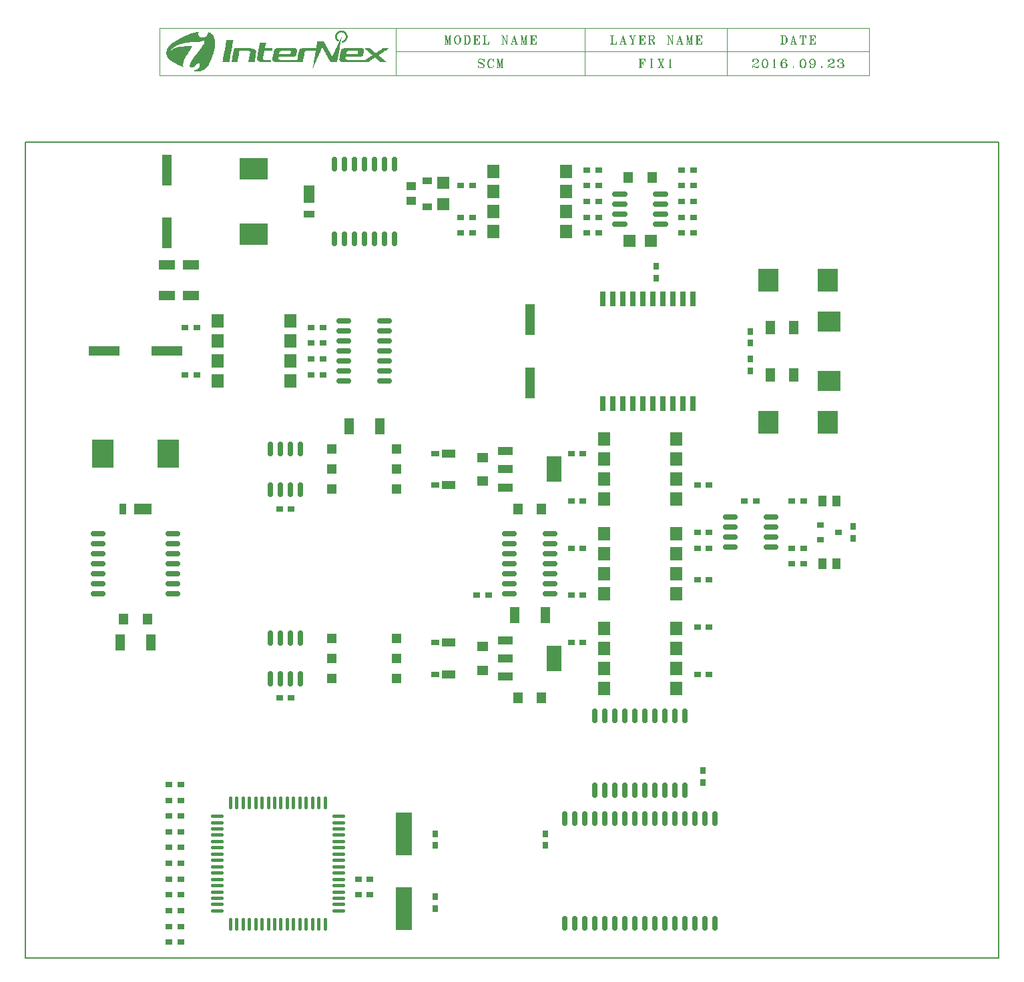
<source format=gbr>
%MOMM*%
%FSLAX33Y33*%
%ADD10C,0.203200*%
%ADD125C,0.120000*%
%ADD152R,1.350000X1.200000*%
%ADD172C,0.635000*%
%ADD187R,2.700000X3.600000*%
%ADD188R,4.000000X1.200000*%
%ADD189R,1.200000X1.350000*%
%ADD190R,1.300000X2.000000*%
%ADD191R,0.900000X1.400000*%
%ADD192R,2.200000X1.400000*%
%ADD193R,2.000000X1.300000*%
%ADD194R,1.200000X4.000000*%
%ADD195R,0.900000X0.800000*%
%ADD196C,0.400000*%
%ADD197R,1.520000X1.780000*%
%ADD198R,3.600000X2.700000*%
%ADD199R,1.270000X1.270000*%
%ADD200R,1.400000X0.900000*%
%ADD201R,1.400000X2.200000*%
%ADD202R,2.000000X5.500000*%
%ADD203R,1.220000X0.910000*%
%ADD204R,1.250000X1.100000*%
%ADD205R,0.800000X0.900000*%
%ADD206R,1.700000X1.100000*%
%ADD207R,1.050000X0.800000*%
%ADD208R,1.600000X1.500000*%
%ADD209R,1.900000X3.300000*%
%ADD210R,1.900000X1.000000*%
%ADD211R,0.635000X1.950000*%
%ADD212R,1.500000X1.600000*%
%ADD213R,1.100000X1.450000*%
%ADD214R,2.500000X3.000000*%
%ADD215R,3.000000X2.500000*%
%ADD216R,1.200000X1.800000*%
G90*G71*G01*D02*G54D10*X000000Y000000D02*X123500Y000000D01*X123500Y103500D01*
X000000Y103500D01*X000000Y000000D01*D02*G54D125*X047000Y118000D02*
X017000Y118000D01*X017000Y112000D01*X047000Y112000D01*X047000Y115000D02*
X107000Y115000D01*X058128Y113936D02*X058190Y114082D01*X058190Y113773D01*
X058128Y113936D01*X058018Y114045D01*X057847Y114082D01*X057683Y114082D01*
X057519Y114045D01*X057410Y113936D01*X057410Y113773D01*X057465Y113682D01*
X057628Y113573D01*X057964Y113464D01*X058073Y113409D01*X058128Y113300D01*
X058128Y113155D01*X058073Y113045D01*X057465Y113773D02*X057519Y113682D01*
X057628Y113627D01*X057964Y113518D01*X058073Y113464D01*X058128Y113355D01*
X057519Y114045D02*X057465Y113936D01*X057465Y113827D01*X057519Y113718D01*
X057628Y113682D01*X057964Y113573D01*X058128Y113464D01*X058190Y113355D01*
X058190Y113209D01*X058128Y113100D01*X058073Y113045D01*X057909Y112991D01*
X057738Y112991D01*X057574Y113045D01*X057465Y113155D01*X057410Y113300D01*
X057410Y112991D01*X057465Y113155D01*X059335Y113936D02*X059390Y114082D01*
X059390Y113773D01*X059335Y113936D01*X059226Y114045D01*X059125Y114082D01*
X058969Y114082D01*X058813Y114045D01*X058711Y113936D01*X058657Y113827D01*
X058610Y113682D01*X058610Y113409D01*X058657Y113245D01*X058711Y113155D01*
X058813Y113045D01*X058969Y112991D01*X059125Y112991D01*X059226Y113045D01*
X059335Y113155D01*X059390Y113245D01*X058758Y113936D02*X058711Y113827D01*
X058657Y113682D01*X058657Y113409D01*X058711Y113245D01*X058758Y113155D01*
X058969Y114082D02*X058867Y114045D01*X058758Y113882D01*X058711Y113682D01*
X058711Y113409D01*X058758Y113209D01*X058867Y113045D01*X058969Y112991D01*
X059911Y114082D02*X059911Y113045D01*X059911Y114082D02*X060161Y112991D01*
X059950Y114082D02*X060161Y113155D01*X059982Y114082D02*X060192Y113155D01*
X060411Y114082D02*X060161Y112991D01*X060411Y114082D02*X060411Y112991D01*
X060442Y114045D02*X060442Y113045D01*X060481Y114082D02*X060481Y112991D01*
X059810Y114082D02*X059982Y114082D01*X060411Y114082D02*X060590Y114082D01*
X059810Y112991D02*X060021Y112991D01*X060301Y112991D02*X060590Y112991D01*
X059841Y114082D02*X059911Y114045D01*X060512Y114082D02*X060481Y113991D01*
X060551Y114082D02*X060481Y114045D01*X059911Y113045D02*X059841Y112991D01*
X059911Y113045D02*X059982Y112991D01*X060411Y113045D02*X060340Y112991D01*
X060411Y113100D02*X060372Y112991D01*X060481Y113100D02*X060512Y112991D01*
X060481Y113045D02*X060551Y112991D01*X053311Y117082D02*X053311Y116045D01*
X053311Y117082D02*X053561Y115991D01*X053350Y117082D02*X053561Y116155D01*
X053382Y117082D02*X053592Y116155D01*X053811Y117082D02*X053561Y115991D01*
X053811Y117082D02*X053811Y115991D01*X053842Y117045D02*X053842Y116045D01*
X053881Y117082D02*X053881Y115991D01*X053210Y117082D02*X053382Y117082D01*
X053811Y117082D02*X053990Y117082D01*X053210Y115991D02*X053421Y115991D01*
X053701Y115991D02*X053990Y115991D01*X053241Y117082D02*X053311Y117045D01*
X053912Y117082D02*X053881Y116991D01*X053951Y117082D02*X053881Y117045D01*
X053311Y116045D02*X053241Y115991D01*X053311Y116045D02*X053382Y115991D01*
X053811Y116045D02*X053740Y115991D01*X053811Y116100D02*X053772Y115991D01*
X053881Y116100D02*X053912Y115991D01*X053881Y116045D02*X053951Y115991D01*
X054745Y117082D02*X054605Y117045D01*X054504Y116936D01*X054457Y116827D01*
X054410Y116627D01*X054410Y116464D01*X054457Y116245D01*X054504Y116155D01*
X054605Y116045D01*X054745Y115991D01*X054847Y115991D01*X054995Y116045D01*
X055089Y116155D01*X055135Y116245D01*X055190Y116464D01*X055190Y116627D01*
X055135Y116827D01*X055089Y116936D01*X054995Y117045D01*X054847Y117082D01*
X054745Y117082D01*X054550Y116936D02*X054504Y116827D01*X054457Y116682D01*
X054457Y116409D01*X054504Y116245D01*X054550Y116155D01*X055042Y116155D02*
X055089Y116245D01*X055135Y116409D01*X055135Y116682D01*X055089Y116827D01*
X055042Y116936D01*X054745Y117082D02*X054652Y117045D01*X054550Y116882D01*
X054504Y116682D01*X054504Y116409D01*X054550Y116209D01*X054652Y116045D01*
X054745Y115991D01*X054847Y115991D02*X054940Y116045D01*X055042Y116209D01*
X055089Y116409D01*X055089Y116682D01*X055042Y116882D01*X054940Y117045D01*
X054847Y117082D01*X055743Y117082D02*X055743Y115991D01*X055789Y117045D02*
X055789Y116045D01*X055836Y117082D02*X055836Y115991D01*X055610Y117082D02*
X056062Y117082D01*X056203Y117045D01*X056296Y116936D01*X056343Y116827D01*
X056390Y116682D01*X056390Y116409D01*X056343Y116245D01*X056296Y116155D01*
X056203Y116045D01*X056062Y115991D01*X055610Y115991D01*X056250Y116936D02*
X056296Y116827D01*X056343Y116682D01*X056343Y116409D01*X056296Y116245D01*
X056250Y116155D01*X056062Y117082D02*X056156Y117045D01*X056250Y116882D01*
X056296Y116682D01*X056296Y116409D01*X056250Y116209D01*X056156Y116045D01*
X056062Y115991D01*X055649Y117082D02*X055743Y117045D01*X055696Y117082D02*
X055743Y116991D01*X055883Y117082D02*X055836Y116991D01*X055930Y117082D02*
X055836Y117045D01*X055743Y116045D02*X055649Y115991D01*X055743Y116100D02*
X055696Y115991D01*X055836Y116100D02*X055883Y115991D01*X055836Y116045D02*
X055930Y115991D01*X056950Y117082D02*X056950Y115991D01*X056997Y117045D02*
X056997Y116045D01*X057052Y117082D02*X057052Y115991D01*X056810Y117082D02*
X057590Y117082D01*X057590Y116773D01*X057052Y116573D02*X057340Y116573D01*
X057340Y116773D02*X057340Y116355D01*X056810Y115991D02*X057590Y115991D01*
X057590Y116300D01*X056857Y117082D02*X056950Y117045D01*X056904Y117082D02*
X056950Y116991D01*X057099Y117082D02*X057052Y116991D01*X057145Y117082D02*
X057052Y117045D01*X057340Y117082D02*X057590Y117045D01*X057442Y117082D02*
X057590Y116991D01*X057489Y117082D02*X057590Y116936D01*X057535Y117082D02*
X057590Y116773D01*X057340Y116773D02*X057294Y116573D01*X057340Y116355D01*
X057340Y116682D02*X057247Y116573D01*X057340Y116464D01*X057340Y116627D02*
X057145Y116573D01*X057340Y116518D01*X056950Y116045D02*X056857Y115991D01*
X056950Y116100D02*X056904Y115991D01*X057052Y116100D02*X057099Y115991D01*
X057052Y116045D02*X057145Y115991D01*X057340Y115991D02*X057590Y116045D01*
X057442Y115991D02*X057590Y116100D01*X057489Y115991D02*X057590Y116155D01*
X057535Y115991D02*X057590Y116300D01*X058166Y117082D02*X058166Y115991D01*
X058213Y117045D02*X058213Y116045D01*X058267Y117082D02*X058267Y115991D01*
X058010Y117082D02*X058423Y117082D01*X058010Y115991D02*X058790Y115991D01*
X058790Y116300D01*X058057Y117082D02*X058166Y117045D01*X058111Y117082D02*
X058166Y116991D01*X058322Y117082D02*X058267Y116991D01*X058369Y117082D02*
X058267Y117045D01*X058166Y116045D02*X058057Y115991D01*X058166Y116100D02*
X058111Y115991D01*X058267Y116100D02*X058322Y115991D01*X058267Y116045D02*
X058369Y115991D01*X058525Y115991D02*X058790Y116045D01*X058626Y115991D02*
X058790Y116100D01*X058681Y115991D02*X058790Y116155D01*X058735Y115991D02*
X058790Y116300D01*X060519Y117082D02*X060519Y116045D01*X060519Y117082D02*
X061065Y115991D01*X060566Y117082D02*X061026Y116155D01*X060597Y117082D02*
X061065Y116155D01*X061065Y117045D02*X061065Y115991D01*X060410Y117082D02*
X060597Y117082D01*X060956Y117082D02*X061190Y117082D01*X060410Y115991D02*
X060636Y115991D01*X060441Y117082D02*X060519Y117045D01*X060995Y117082D02*
X061065Y117045D01*X061151Y117082D02*X061065Y117045D01*X060519Y116045D02*
X060441Y115991D01*X060519Y116045D02*X060597Y115991D01*X062000Y117082D02*
X061696Y116045D01*X061953Y116936D02*X062211Y115991D01*X062000Y116936D02*
X062257Y115991D01*X062000Y117082D02*X062296Y115991D01*X061782Y116300D02*
X062172Y116300D01*X061610Y115991D02*X061867Y115991D01*X062086Y115991D02*
X062390Y115991D01*X061696Y116045D02*X061649Y115991D01*X061696Y116045D02*
X061782Y115991D01*X062211Y116045D02*X062125Y115991D01*X062211Y116100D02*
X062172Y115991D01*X062257Y116100D02*X062343Y115991D01*X062911Y117082D02*
X062911Y116045D01*X062911Y117082D02*X063161Y115991D01*X062950Y117082D02*
X063161Y116155D01*X062982Y117082D02*X063192Y116155D01*X063411Y117082D02*
X063161Y115991D01*X063411Y117082D02*X063411Y115991D01*X063442Y117045D02*
X063442Y116045D01*X063481Y117082D02*X063481Y115991D01*X062810Y117082D02*
X062982Y117082D01*X063411Y117082D02*X063590Y117082D01*X062810Y115991D02*
X063021Y115991D01*X063301Y115991D02*X063590Y115991D01*X062841Y117082D02*
X062911Y117045D01*X063512Y117082D02*X063481Y116991D01*X063551Y117082D02*
X063481Y117045D01*X062911Y116045D02*X062841Y115991D01*X062911Y116045D02*
X062982Y115991D01*X063411Y116045D02*X063340Y115991D01*X063411Y116100D02*
X063372Y115991D01*X063481Y116100D02*X063512Y115991D01*X063481Y116045D02*
X063551Y115991D01*X064150Y117082D02*X064150Y115991D01*X064197Y117045D02*
X064197Y116045D01*X064252Y117082D02*X064252Y115991D01*X064010Y117082D02*
X064790Y117082D01*X064790Y116773D01*X064252Y116573D02*X064540Y116573D01*
X064540Y116773D02*X064540Y116355D01*X064010Y115991D02*X064790Y115991D01*
X064790Y116300D01*X064057Y117082D02*X064150Y117045D01*X064104Y117082D02*
X064150Y116991D01*X064299Y117082D02*X064252Y116991D01*X064345Y117082D02*
X064252Y117045D01*X064540Y117082D02*X064790Y117045D01*X064642Y117082D02*
X064790Y116991D01*X064689Y117082D02*X064790Y116936D01*X064735Y117082D02*
X064790Y116773D01*X064540Y116773D02*X064494Y116573D01*X064540Y116355D01*
X064540Y116682D02*X064447Y116573D01*X064540Y116464D01*X064540Y116627D02*
X064345Y116573D01*X064540Y116518D01*X064150Y116045D02*X064057Y115991D01*
X064150Y116100D02*X064104Y115991D01*X064252Y116100D02*X064299Y115991D01*
X064252Y116045D02*X064345Y115991D01*X064540Y115991D02*X064790Y116045D01*
X064642Y115991D02*X064790Y116100D01*X064689Y115991D02*X064790Y116155D01*
X064735Y115991D02*X064790Y116300D01*X074366Y117082D02*X074366Y115991D01*
X074413Y117045D02*X074413Y116045D01*X074467Y117082D02*X074467Y115991D01*
X074210Y117082D02*X074623Y117082D01*X074210Y115991D02*X074990Y115991D01*
X074990Y116300D01*X074257Y117082D02*X074366Y117045D01*X074311Y117082D02*
X074366Y116991D01*X074522Y117082D02*X074467Y116991D01*X074569Y117082D02*
X074467Y117045D01*X074366Y116045D02*X074257Y115991D01*X074366Y116100D02*
X074311Y115991D01*X074467Y116100D02*X074522Y115991D01*X074467Y116045D02*
X074569Y115991D01*X074725Y115991D02*X074990Y116045D01*X074826Y115991D02*
X074990Y116100D01*X074881Y115991D02*X074990Y116155D01*X074935Y115991D02*
X074990Y116300D01*X075800Y117082D02*X075496Y116045D01*X075753Y116936D02*
X076011Y115991D01*X075800Y116936D02*X076057Y115991D01*X075800Y117082D02*
X076096Y115991D01*X075582Y116300D02*X075972Y116300D01*X075410Y115991D02*
X075667Y115991D01*X075886Y115991D02*X076190Y115991D01*X075496Y116045D02*
X075449Y115991D01*X075496Y116045D02*X075582Y115991D01*X076011Y116045D02*
X075925Y115991D01*X076011Y116100D02*X075972Y115991D01*X076057Y116100D02*
X076143Y115991D01*X076688Y117082D02*X076953Y116518D01*X076953Y115991D01*
X076727Y117082D02*X076992Y116518D01*X076992Y116045D01*X076758Y117082D02*
X077039Y116518D01*X077039Y115991D01*X077265Y117045D02*X077039Y116518D01*
X076610Y117082D02*X076883Y117082D01*X077148Y117082D02*X077390Y117082D01*
X076844Y115991D02*X077148Y115991D01*X076649Y117082D02*X076727Y117045D01*
X076844Y117082D02*X076758Y117045D01*X077195Y117082D02*X077265Y117045D01*
X077343Y117082D02*X077265Y117045D01*X076953Y116045D02*X076883Y115991D01*
X076953Y116100D02*X076914Y115991D01*X077039Y116100D02*X077070Y115991D01*
X077039Y116045D02*X077109Y115991D01*X077950Y117082D02*X077950Y115991D01*
X077997Y117045D02*X077997Y116045D01*X078052Y117082D02*X078052Y115991D01*
X077810Y117082D02*X078590Y117082D01*X078590Y116773D01*X078052Y116573D02*
X078340Y116573D01*X078340Y116773D02*X078340Y116355D01*X077810Y115991D02*
X078590Y115991D01*X078590Y116300D01*X077857Y117082D02*X077950Y117045D01*
X077904Y117082D02*X077950Y116991D01*X078099Y117082D02*X078052Y116991D01*
X078145Y117082D02*X078052Y117045D01*X078340Y117082D02*X078590Y117045D01*
X078442Y117082D02*X078590Y116991D01*X078489Y117082D02*X078590Y116936D01*
X078535Y117082D02*X078590Y116773D01*X078340Y116773D02*X078294Y116573D01*
X078340Y116355D01*X078340Y116682D02*X078247Y116573D01*X078340Y116464D01*
X078340Y116627D02*X078145Y116573D01*X078340Y116518D01*X077950Y116045D02*
X077857Y115991D01*X077950Y116100D02*X077904Y115991D01*X078052Y116100D02*
X078099Y115991D01*X078052Y116045D02*X078145Y115991D01*X078340Y115991D02*
X078590Y116045D01*X078442Y115991D02*X078590Y116100D01*X078489Y115991D02*
X078590Y116155D01*X078535Y115991D02*X078590Y116300D01*X079135Y117082D02*
X079135Y115991D01*X079182Y117045D02*X079182Y116045D01*X079221Y117082D02*
X079221Y115991D01*X079010Y117082D02*X079525Y117082D01*X079657Y117045D01*
X079696Y116991D01*X079743Y116882D01*X079743Y116773D01*X079696Y116682D01*
X079657Y116627D01*X079525Y116573D01*X079221Y116573D01*X079657Y116991D02*
X079696Y116882D01*X079696Y116773D01*X079657Y116682D01*X079525Y117082D02*
X079611Y117045D01*X079657Y116936D01*X079657Y116718D01*X079611Y116627D01*
X079525Y116573D01*X079392Y116573D02*X079486Y116518D01*X079525Y116409D01*
X079611Y116100D01*X079657Y115991D01*X079743Y115991D01*X079790Y116100D01*
X079790Y116209D01*X079611Y116209D02*X079657Y116100D01*X079696Y116045D01*
X079743Y116045D01*X079486Y116518D02*X079525Y116464D01*X079657Y116155D01*
X079696Y116100D01*X079743Y116100D01*X079790Y116155D01*X079010Y115991D02*
X079353Y115991D01*X079049Y117082D02*X079135Y117045D01*X079096Y117082D02*
X079135Y116991D01*X079267Y117082D02*X079221Y116991D01*X079306Y117082D02*
X079221Y117045D01*X079135Y116045D02*X079049Y115991D01*X079135Y116100D02*
X079096Y115991D01*X079221Y116100D02*X079267Y115991D01*X079221Y116045D02*
X079306Y115991D01*X081519Y117082D02*X081519Y116045D01*X081519Y117082D02*
X082065Y115991D01*X081566Y117082D02*X082026Y116155D01*X081597Y117082D02*
X082065Y116155D01*X082065Y117045D02*X082065Y115991D01*X081410Y117082D02*
X081597Y117082D01*X081956Y117082D02*X082190Y117082D01*X081410Y115991D02*
X081636Y115991D01*X081441Y117082D02*X081519Y117045D01*X081995Y117082D02*
X082065Y117045D01*X082151Y117082D02*X082065Y117045D01*X081519Y116045D02*
X081441Y115991D01*X081519Y116045D02*X081597Y115991D01*X083000Y117082D02*
X082696Y116045D01*X082953Y116936D02*X083211Y115991D01*X083000Y116936D02*
X083257Y115991D01*X083000Y117082D02*X083296Y115991D01*X082782Y116300D02*
X083172Y116300D01*X082610Y115991D02*X082867Y115991D01*X083086Y115991D02*
X083390Y115991D01*X082696Y116045D02*X082649Y115991D01*X082696Y116045D02*
X082782Y115991D01*X083211Y116045D02*X083125Y115991D01*X083211Y116100D02*
X083172Y115991D01*X083257Y116100D02*X083343Y115991D01*X083911Y117082D02*
X083911Y116045D01*X083911Y117082D02*X084161Y115991D01*X083950Y117082D02*
X084161Y116155D01*X083982Y117082D02*X084192Y116155D01*X084411Y117082D02*
X084161Y115991D01*X084411Y117082D02*X084411Y115991D01*X084442Y117045D02*
X084442Y116045D01*X084481Y117082D02*X084481Y115991D01*X083810Y117082D02*
X083982Y117082D01*X084411Y117082D02*X084590Y117082D01*X083810Y115991D02*
X084021Y115991D01*X084301Y115991D02*X084590Y115991D01*X083841Y117082D02*
X083911Y117045D01*X084512Y117082D02*X084481Y116991D01*X084551Y117082D02*
X084481Y117045D01*X083911Y116045D02*X083841Y115991D01*X083911Y116045D02*
X083982Y115991D01*X084411Y116045D02*X084340Y115991D01*X084411Y116100D02*
X084372Y115991D01*X084481Y116100D02*X084512Y115991D01*X084481Y116045D02*
X084551Y115991D01*X085150Y117082D02*X085150Y115991D01*X085197Y117045D02*
X085197Y116045D01*X085252Y117082D02*X085252Y115991D01*X085010Y117082D02*
X085790Y117082D01*X085790Y116773D01*X085252Y116573D02*X085540Y116573D01*
X085540Y116773D02*X085540Y116355D01*X085010Y115991D02*X085790Y115991D01*
X085790Y116300D01*X085057Y117082D02*X085150Y117045D01*X085104Y117082D02*
X085150Y116991D01*X085299Y117082D02*X085252Y116991D01*X085345Y117082D02*
X085252Y117045D01*X085540Y117082D02*X085790Y117045D01*X085642Y117082D02*
X085790Y116991D01*X085689Y117082D02*X085790Y116936D01*X085735Y117082D02*
X085790Y116773D01*X085540Y116773D02*X085494Y116573D01*X085540Y116355D01*
X085540Y116682D02*X085447Y116573D01*X085540Y116464D01*X085540Y116627D02*
X085345Y116573D01*X085540Y116518D01*X085150Y116045D02*X085057Y115991D01*
X085150Y116100D02*X085104Y115991D01*X085252Y116100D02*X085299Y115991D01*
X085252Y116045D02*X085345Y115991D01*X085540Y115991D02*X085790Y116045D01*
X085642Y115991D02*X085790Y116100D01*X085689Y115991D02*X085790Y116155D01*
X085735Y115991D02*X085790Y116300D01*X071000Y118000D02*X071000Y112000D01*
X047000Y118000D02*X107000Y118000D01*X107000Y112000D02*X047000Y112000D01*
X047000Y118000D02*X047000Y112000D01*X107000Y118000D02*X107000Y112000D01*
X089000Y118000D02*X089000Y112000D01*X095943Y117082D02*X095943Y115991D01*
X095989Y117045D02*X095989Y116045D01*X096036Y117082D02*X096036Y115991D01*
X095810Y117082D02*X096262Y117082D01*X096403Y117045D01*X096496Y116936D01*
X096543Y116827D01*X096590Y116682D01*X096590Y116409D01*X096543Y116245D01*
X096496Y116155D01*X096403Y116045D01*X096262Y115991D01*X095810Y115991D01*
X096450Y116936D02*X096496Y116827D01*X096543Y116682D01*X096543Y116409D01*
X096496Y116245D01*X096450Y116155D01*X096262Y117082D02*X096356Y117045D01*
X096450Y116882D01*X096496Y116682D01*X096496Y116409D01*X096450Y116209D01*
X096356Y116045D01*X096262Y115991D01*X095849Y117082D02*X095943Y117045D01*
X095896Y117082D02*X095943Y116991D01*X096083Y117082D02*X096036Y116991D01*
X096130Y117082D02*X096036Y117045D01*X095943Y116045D02*X095849Y115991D01*
X095943Y116100D02*X095896Y115991D01*X096036Y116100D02*X096083Y115991D01*
X096036Y116045D02*X096130Y115991D01*X097400Y117082D02*X097096Y116045D01*
X097353Y116936D02*X097611Y115991D01*X097400Y116936D02*X097657Y115991D01*
X097400Y117082D02*X097696Y115991D01*X097182Y116300D02*X097572Y116300D01*
X097010Y115991D02*X097267Y115991D01*X097486Y115991D02*X097790Y115991D01*
X097096Y116045D02*X097049Y115991D01*X097096Y116045D02*X097182Y115991D01*
X097611Y116045D02*X097525Y115991D01*X097611Y116100D02*X097572Y115991D01*
X097657Y116100D02*X097743Y115991D01*X098210Y117082D02*X098210Y116773D01*
X098545Y117082D02*X098545Y115991D01*X098600Y117045D02*X098600Y116045D01*
X098647Y117082D02*X098647Y115991D01*X098990Y117082D02*X098990Y116773D01*
X098210Y117082D02*X098990Y117082D01*X098405Y115991D02*X098787Y115991D01*
X098257Y117082D02*X098210Y116773D01*X098304Y117082D02*X098210Y116936D01*
X098350Y117082D02*X098210Y116991D01*X098452Y117082D02*X098210Y117045D01*
X098740Y117082D02*X098990Y117045D01*X098842Y117082D02*X098990Y116991D01*
X098889Y117082D02*X098990Y116936D01*X098935Y117082D02*X098990Y116773D01*
X098545Y116045D02*X098452Y115991D01*X098545Y116100D02*X098499Y115991D01*
X098647Y116100D02*X098694Y115991D01*X098647Y116045D02*X098740Y115991D01*
X099550Y117082D02*X099550Y115991D01*X099597Y117045D02*X099597Y116045D01*
X099652Y117082D02*X099652Y115991D01*X099410Y117082D02*X100190Y117082D01*
X100190Y116773D01*X099652Y116573D02*X099940Y116573D01*X099940Y116773D02*
X099940Y116355D01*X099410Y115991D02*X100190Y115991D01*X100190Y116300D01*
X099457Y117082D02*X099550Y117045D01*X099504Y117082D02*X099550Y116991D01*
X099699Y117082D02*X099652Y116991D01*X099745Y117082D02*X099652Y117045D01*
X099940Y117082D02*X100190Y117045D01*X100042Y117082D02*X100190Y116991D01*
X100089Y117082D02*X100190Y116936D01*X100135Y117082D02*X100190Y116773D01*
X099940Y116773D02*X099894Y116573D01*X099940Y116355D01*X099940Y116682D02*
X099847Y116573D01*X099940Y116464D01*X099940Y116627D02*X099745Y116573D01*
X099940Y116518D01*X099550Y116045D02*X099457Y115991D01*X099550Y116100D02*
X099504Y115991D01*X099652Y116100D02*X099699Y115991D01*X099652Y116045D02*
X099745Y115991D01*X099940Y115991D02*X100190Y116045D01*X100042Y115991D02*
X100190Y116100D01*X100089Y115991D02*X100190Y116155D01*X100135Y115991D02*
X100190Y116300D01*X092265Y113882D02*X092265Y113827D01*X092319Y113827D01*
X092319Y113882D01*X092265Y113882D01*X092265Y113936D02*X092319Y113936D01*
X092374Y113882D01*X092374Y113827D01*X092319Y113773D01*X092265Y113773D01*
X092210Y113827D01*X092210Y113882D01*X092265Y113991D01*X092319Y114045D01*
X092483Y114082D01*X092709Y114082D01*X092873Y114045D01*X092928Y113991D01*
X092990Y113882D01*X092990Y113773D01*X092928Y113682D01*X092764Y113573D01*
X092483Y113464D01*X092374Y113409D01*X092265Y113300D01*X092210Y113155D01*
X092210Y112991D01*X092873Y113991D02*X092928Y113882D01*X092928Y113773D01*
X092873Y113682D01*X092709Y114082D02*X092818Y114045D01*X092873Y113882D01*
X092873Y113773D01*X092818Y113682D01*X092709Y113573D01*X092483Y113464D01*
X092210Y113100D02*X092265Y113155D01*X092374Y113155D01*X092647Y113100D01*
X092873Y113100D01*X092990Y113155D01*X092374Y113155D02*X092647Y113045D01*
X092873Y113045D01*X092928Y113100D01*X092374Y113155D02*X092647Y112991D01*
X092873Y112991D01*X092928Y113045D01*X092990Y113155D01*X092990Y113245D01*
X093738Y114082D02*X093574Y114045D01*X093465Y113882D01*X093410Y113627D01*
X093410Y113464D01*X093465Y113209D01*X093574Y113045D01*X093738Y112991D01*
X093855Y112991D01*X094018Y113045D01*X094128Y113209D01*X094190Y113464D01*
X094190Y113627D01*X094128Y113882D01*X094018Y114045D01*X093855Y114082D01*
X093738Y114082D01*X093574Y113991D02*X093519Y113882D01*X093465Y113682D01*
X093465Y113409D01*X093519Y113209D01*X093574Y113100D01*X094018Y113100D02*
X094073Y113209D01*X094128Y113409D01*X094128Y113682D01*X094073Y113882D01*
X094018Y113991D01*X093738Y114082D02*X093628Y114045D01*X093574Y113936D01*
X093519Y113682D01*X093519Y113409D01*X093574Y113155D01*X093628Y113045D01*
X093738Y112991D01*X093855Y112991D02*X093964Y113045D01*X094018Y113155D01*
X094073Y113409D01*X094073Y113682D01*X094018Y113936D01*X093964Y114045D01*
X093855Y114082D01*X094961Y113991D02*X094961Y112991D01*X094992Y113991D02*
X094992Y113045D01*X095016Y114082D02*X095016Y112991D01*X095016Y114082D02*
X094938Y113936D01*X094891Y113882D01*X094867Y112991D02*X095117Y112991D01*
X094961Y113045D02*X094914Y112991D01*X094961Y113100D02*X094938Y112991D01*
X095016Y113100D02*X095039Y112991D01*X095016Y113045D02*X095062Y112991D01*
X096418Y113936D02*X096418Y113882D01*X096473Y113882D01*X096473Y113936D01*
X096418Y113936D01*X096473Y113991D02*X096418Y113991D01*X096364Y113936D01*
X096364Y113882D01*X096418Y113827D01*X096473Y113827D01*X096528Y113882D01*
X096528Y113936D01*X096473Y114045D01*X096364Y114082D01*X096200Y114082D01*
X096028Y114045D01*X095919Y113936D01*X095865Y113827D01*X095810Y113627D01*
X095810Y113300D01*X095865Y113155D01*X095974Y113045D01*X096138Y112991D01*
X096255Y112991D01*X096418Y113045D01*X096528Y113155D01*X096590Y113300D01*
X096590Y113355D01*X096528Y113518D01*X096418Y113627D01*X096255Y113682D01*
X096138Y113682D01*X096028Y113627D01*X095974Y113573D01*X095919Y113464D01*
X095974Y113936D02*X095919Y113827D01*X095865Y113627D01*X095865Y113300D01*
X095919Y113155D01*X095974Y113100D01*X096473Y113155D02*X096528Y113245D01*
X096528Y113409D01*X096473Y113518D01*X096200Y114082D02*X096083Y114045D01*
X096028Y113991D01*X095974Y113882D01*X095919Y113682D01*X095919Y113300D01*
X095974Y113155D01*X096028Y113045D01*X096138Y112991D01*X096255Y112991D02*
X096364Y113045D01*X096418Y113100D01*X096473Y113245D01*X096473Y113409D01*
X096418Y113573D01*X096364Y113627D01*X096255Y113682D01*X097384Y113155D02*
X097361Y113100D01*X097361Y113045D01*X097384Y112991D01*X097408Y112991D01*
X097431Y113045D01*X097431Y113100D01*X097408Y113155D01*X097384Y113155D01*
X097384Y113100D02*X097384Y113045D01*X097408Y113045D01*X097408Y113100D01*
X097384Y113100D01*X098538Y114082D02*X098374Y114045D01*X098265Y113882D01*
X098210Y113627D01*X098210Y113464D01*X098265Y113209D01*X098374Y113045D01*
X098538Y112991D01*X098655Y112991D01*X098818Y113045D01*X098928Y113209D01*
X098990Y113464D01*X098990Y113627D01*X098928Y113882D01*X098818Y114045D01*
X098655Y114082D01*X098538Y114082D01*X098374Y113991D02*X098319Y113882D01*
X098265Y113682D01*X098265Y113409D01*X098319Y113209D01*X098374Y113100D01*
X098818Y113100D02*X098873Y113209D01*X098928Y113409D01*X098928Y113682D01*
X098873Y113882D01*X098818Y113991D01*X098538Y114082D02*X098428Y114045D01*
X098374Y113936D01*X098319Y113682D01*X098319Y113409D01*X098374Y113155D01*
X098428Y113045D01*X098538Y112991D01*X098655Y112991D02*X098764Y113045D01*
X098818Y113155D01*X098873Y113409D01*X098873Y113682D01*X098818Y113936D01*
X098764Y114045D01*X098655Y114082D01*X099519Y113209D02*X099519Y113155D01*
X099574Y113155D01*X099574Y113209D01*X099519Y113209D01*X100073Y113627D02*
X100018Y113518D01*X099964Y113464D01*X099855Y113409D01*X099738Y113409D01*
X099574Y113464D01*X099465Y113573D01*X099410Y113718D01*X099410Y113773D01*
X099465Y113936D01*X099574Y114045D01*X099738Y114082D01*X099855Y114082D01*
X100018Y114045D01*X100128Y113936D01*X100190Y113773D01*X100190Y113464D01*
X100128Y113245D01*X100073Y113155D01*X099964Y113045D01*X099792Y112991D01*
X099628Y112991D01*X099519Y113045D01*X099465Y113155D01*X099465Y113209D01*
X099519Y113245D01*X099574Y113245D01*X099628Y113209D01*X099628Y113155D01*
X099574Y113100D01*X099519Y113100D01*X099519Y113573D02*X099465Y113682D01*
X099465Y113827D01*X099519Y113936D01*X100018Y113991D02*X100073Y113936D01*
X100128Y113773D01*X100128Y113464D01*X100073Y113245D01*X100018Y113155D01*
X099738Y113409D02*X099628Y113464D01*X099574Y113518D01*X099519Y113682D01*
X099519Y113827D01*X099574Y113991D01*X099628Y114045D01*X099738Y114082D01*
X099855Y114082D02*X099964Y114045D01*X100018Y113936D01*X100073Y113773D01*
X100073Y113409D01*X100018Y113209D01*X099964Y113100D01*X099909Y113045D01*
X099792Y112991D01*X100984Y113155D02*X100961Y113100D01*X100961Y113045D01*
X100984Y112991D01*X101008Y112991D01*X101031Y113045D01*X101031Y113100D01*
X101008Y113155D01*X100984Y113155D01*X100984Y113100D02*X100984Y113045D01*
X101008Y113045D01*X101008Y113100D01*X100984Y113100D01*X101865Y113882D02*
X101865Y113827D01*X101919Y113827D01*X101919Y113882D01*X101865Y113882D01*
X101865Y113936D02*X101919Y113936D01*X101974Y113882D01*X101974Y113827D01*
X101919Y113773D01*X101865Y113773D01*X101810Y113827D01*X101810Y113882D01*
X101865Y113991D01*X101919Y114045D01*X102083Y114082D01*X102309Y114082D01*
X102473Y114045D01*X102528Y113991D01*X102590Y113882D01*X102590Y113773D01*
X102528Y113682D01*X102364Y113573D01*X102083Y113464D01*X101974Y113409D01*
X101865Y113300D01*X101810Y113155D01*X101810Y112991D01*X102473Y113991D02*
X102528Y113882D01*X102528Y113773D01*X102473Y113682D01*X102309Y114082D02*
X102418Y114045D01*X102473Y113882D01*X102473Y113773D01*X102418Y113682D01*
X102309Y113573D01*X102083Y113464D01*X101810Y113100D02*X101865Y113155D01*
X101974Y113155D01*X102247Y113100D01*X102473Y113100D01*X102590Y113155D01*
X101974Y113155D02*X102247Y113045D01*X102473Y113045D01*X102528Y113100D01*
X101974Y113155D02*X102247Y112991D01*X102473Y112991D01*X102528Y113045D01*
X102590Y113155D01*X102590Y113245D01*X103065Y113882D02*X103065Y113827D01*
X103119Y113827D01*X103119Y113882D01*X103065Y113882D01*X103065Y113936D02*
X103119Y113936D01*X103174Y113882D01*X103174Y113827D01*X103119Y113773D01*
X103065Y113773D01*X103010Y113827D01*X103010Y113882D01*X103065Y113991D01*
X103119Y114045D01*X103283Y114082D01*X103509Y114082D01*X103673Y114045D01*
X103728Y113936D01*X103728Y113773D01*X103673Y113682D01*X103509Y113627D01*
X103618Y114045D02*X103673Y113936D01*X103673Y113773D01*X103618Y113682D01*
X103455Y114082D02*X103564Y114045D01*X103618Y113936D01*X103618Y113773D01*
X103564Y113682D01*X103455Y113627D01*X103338Y113627D02*X103509Y113627D01*
X103618Y113573D01*X103728Y113464D01*X103790Y113355D01*X103790Y113209D01*
X103728Y113100D01*X103673Y113045D01*X103509Y112991D01*X103283Y112991D01*
X103119Y113045D01*X103065Y113100D01*X103010Y113209D01*X103010Y113245D01*
X103065Y113300D01*X103119Y113300D01*X103174Y113245D01*X103174Y113209D01*
X103119Y113155D01*X103065Y113155D01*X103673Y113464D02*X103728Y113355D01*
X103728Y113209D01*X103673Y113100D01*X103455Y113627D02*X103564Y113573D01*
X103618Y113518D01*X103673Y113355D01*X103673Y113209D01*X103618Y113045D01*
X103509Y112991D01*X103065Y113245D02*X103065Y113209D01*X103119Y113209D01*
X103119Y113245D01*X103065Y113245D01*X077950Y114082D02*X077950Y112991D01*
X078005Y114045D02*X078005Y113045D01*X078052Y114082D02*X078052Y112991D01*
X077810Y114082D02*X078590Y114082D01*X078590Y113773D01*X078052Y113573D02*
X078340Y113573D01*X078340Y113773D02*X078340Y113355D01*X077810Y112991D02*
X078200Y112991D01*X077857Y114082D02*X077950Y114045D01*X077904Y114082D02*
X077950Y113991D01*X078099Y114082D02*X078052Y113991D01*X078145Y114082D02*
X078052Y114045D01*X078340Y114082D02*X078590Y114045D01*X078442Y114082D02*
X078590Y113991D01*X078489Y114082D02*X078590Y113936D01*X078535Y114082D02*
X078590Y113773D01*X078340Y113773D02*X078294Y113573D01*X078340Y113355D01*
X078340Y113682D02*X078247Y113573D01*X078340Y113464D01*X078340Y113627D02*
X078145Y113573D01*X078340Y113518D01*X077950Y113045D02*X077857Y112991D01*
X077950Y113100D02*X077904Y112991D01*X078052Y113100D02*X078099Y112991D01*
X078052Y113045D02*X078145Y112991D01*X079369Y114082D02*X079369Y112991D01*
X079392Y114045D02*X079392Y113045D01*X079423Y114082D02*X079423Y112991D01*
X079299Y114082D02*X079494Y114082D01*X079299Y112991D02*X079494Y112991D01*
X079322Y114082D02*X079369Y114045D01*X079345Y114082D02*X079369Y113991D01*
X079447Y114082D02*X079423Y113991D01*X079470Y114082D02*X079423Y114045D01*
X079369Y113045D02*X079322Y112991D01*X079369Y113100D02*X079345Y112991D01*
X079423Y113100D02*X079447Y112991D01*X079423Y113045D02*X079470Y112991D01*
X080296Y114082D02*X080811Y112991D01*X080335Y114082D02*X080857Y112991D01*
X080382Y114082D02*X080896Y112991D01*X080857Y114045D02*X080335Y113045D01*
X080210Y114082D02*X080506Y114082D01*X080725Y114082D02*X080990Y114082D01*
X080210Y112991D02*X080467Y112991D01*X080686Y112991D02*X080990Y112991D01*
X080249Y114082D02*X080382Y113991D01*X080421Y114082D02*X080382Y113991D01*
X080467Y114082D02*X080382Y114045D01*X080772Y114082D02*X080857Y114045D01*
X080943Y114082D02*X080857Y114045D01*X080335Y113045D02*X080249Y112991D01*
X080335Y113045D02*X080421Y112991D01*X080811Y113045D02*X080725Y112991D01*
X080811Y113100D02*X080772Y112991D01*X080811Y113100D02*X080943Y112991D01*
X081761Y113991D02*X081761Y112991D01*X081792Y113991D02*X081792Y113045D01*
X081816Y114082D02*X081816Y112991D01*X081816Y114082D02*X081738Y113936D01*
X081691Y113882D01*X081667Y112991D02*X081917Y112991D01*X081761Y113045D02*
X081714Y112991D01*X081761Y113100D02*X081738Y112991D01*X081816Y113100D02*
X081839Y112991D01*X081816Y113045D02*X081862Y112991D01*X000000Y000000D02*D02*
G54D152*X058000Y036500D03*X058000Y039500D03*X058000Y060500D03*X058000Y063500D03*
D02*G54D172*X068475Y003768D02*X068475Y004933D01*X069745Y003768D02*
X069745Y004933D01*X071015Y003768D02*X071015Y004933D01*X072285Y003768D02*
X072285Y004933D01*X073555Y003768D02*X073555Y004933D01*X074825Y003768D02*
X074825Y004933D01*X076095Y003768D02*X076095Y004933D01*X077365Y003768D02*
X077365Y004933D01*X078635Y003768D02*X078635Y004933D01*X079905Y003768D02*
X079905Y004933D01*X081175Y003768D02*X081175Y004933D01*X082445Y003768D02*
X082445Y004933D01*X083715Y003768D02*X083715Y004933D01*X084985Y003768D02*
X084985Y004933D01*X086255Y003768D02*X086255Y004933D01*X087525Y003768D02*
X087525Y004933D01*X076095Y021868D02*X076095Y020668D01*X074825Y021868D02*
X074825Y020668D01*X073555Y021868D02*X073555Y020668D01*X072285Y021868D02*
X072285Y020668D01*X076095Y017068D02*X076095Y018233D01*X074825Y017068D02*
X074825Y018233D01*X073555Y017068D02*X073555Y018233D01*X072285Y017068D02*
X072285Y018233D01*X071015Y017068D02*X071015Y018233D01*X069745Y017068D02*
X069745Y018233D01*X068475Y017068D02*X068475Y018233D01*X083715Y021868D02*
X083715Y020668D01*X082445Y021868D02*X082445Y020668D01*X081175Y021868D02*
X081175Y020668D01*X079905Y021868D02*X079905Y020668D01*X078635Y021868D02*
X078635Y020668D01*X077365Y021868D02*X077365Y020668D01*X083715Y017068D02*
X083715Y018233D01*X082445Y017068D02*X082445Y018233D01*X081175Y017068D02*
X081175Y018233D01*X079905Y017068D02*X079905Y018233D01*X078635Y017068D02*
X078635Y018233D01*X077365Y017068D02*X077365Y018233D01*X087525Y017068D02*
X087525Y018233D01*X086255Y017068D02*X086255Y018233D01*X084985Y017068D02*
X084985Y018233D01*X076095Y031333D02*X076095Y030133D01*X074825Y031333D02*
X074825Y030133D01*X073555Y031333D02*X073555Y030133D01*X072285Y031333D02*
X072285Y030133D01*X083715Y031333D02*X083715Y030133D01*X082445Y031333D02*
X082445Y030133D01*X081175Y031333D02*X081175Y030133D01*X079905Y031333D02*
X079905Y030133D01*X078635Y031333D02*X078635Y030133D01*X077365Y031333D02*
X077365Y030133D01*X033635Y036018D02*X033635Y034818D01*X032365Y036018D02*
X032365Y034818D01*X031095Y036018D02*X031095Y034818D01*X034905Y036018D02*
X034905Y034818D01*X031095Y041183D02*X031095Y039983D01*X032365Y041183D02*
X032365Y039983D01*X033635Y041183D02*X033635Y039983D01*X034905Y041183D02*
X034905Y039983D01*X008668Y048730D02*X009868Y048730D01*X008668Y047460D02*
X009868Y047460D01*X008668Y046190D02*X009868Y046190D01*X018133Y046190D02*
X019333Y046190D01*X018133Y047460D02*X019333Y047460D01*X018133Y048730D02*
X019333Y048730D01*X067183Y046190D02*X065983Y046190D01*X067183Y047460D02*
X065983Y047460D01*X067183Y048730D02*X065983Y048730D01*X062018Y048730D02*
X060818Y048730D01*X062018Y047460D02*X060818Y047460D01*X062018Y046190D02*
X060818Y046190D01*X008668Y053810D02*X009868Y053810D01*X008668Y052540D02*
X009868Y052540D01*X008668Y051270D02*X009868Y051270D01*X008668Y050000D02*
X009868Y050000D01*X018133Y050000D02*X019333Y050000D01*X018133Y051270D02*
X019333Y051270D01*X018133Y052540D02*X019333Y052540D01*X018133Y053810D02*
X019333Y053810D01*X067183Y050000D02*X065983Y050000D01*X067183Y051270D02*
X065983Y051270D01*X067183Y052540D02*X065983Y052540D01*X067183Y053810D02*
X065983Y053810D01*X062018Y053810D02*X060818Y053810D01*X062018Y052540D02*
X060818Y052540D01*X062018Y051270D02*X060818Y051270D01*X062018Y050000D02*
X060818Y050000D01*X088818Y052095D02*X090018Y052095D01*X088818Y053365D02*
X090018Y053365D01*X088818Y054635D02*X090018Y054635D01*X093983Y054635D02*
X095183Y054635D01*X093983Y053365D02*X095183Y053365D01*X093983Y052095D02*
X095183Y052095D01*X033635Y060018D02*X033635Y058818D01*X032365Y060018D02*
X032365Y058818D01*X031095Y060018D02*X031095Y058818D01*X034905Y060018D02*
X034905Y058818D01*X088818Y055905D02*X090018Y055905D01*X093983Y055905D02*
X095183Y055905D01*X031095Y065183D02*X031095Y063983D01*X032365Y065183D02*
X032365Y063983D01*X033635Y065183D02*X033635Y063983D01*X034905Y065183D02*
X034905Y063983D01*X041018Y078270D02*X039818Y078270D01*X041018Y077000D02*
X039818Y077000D01*X041018Y075730D02*X039818Y075730D01*X041018Y074460D02*
X039818Y074460D01*X041018Y073190D02*X039818Y073190D01*X046183Y073190D02*
X044983Y073190D01*X046183Y074460D02*X044983Y074460D01*X046183Y075730D02*
X044983Y075730D01*X046183Y077000D02*X044983Y077000D01*X046183Y078270D02*
X044983Y078270D01*X041018Y080810D02*X039818Y080810D01*X041018Y079540D02*
X039818Y079540D01*X046183Y079540D02*X044983Y079540D01*X046183Y080810D02*
X044983Y080810D01*X039190Y090668D02*X039190Y091868D01*X040460Y090668D02*
X040460Y091868D01*X041730Y090668D02*X041730Y091868D01*X043000Y090668D02*
X043000Y091868D01*X044270Y090668D02*X044270Y091868D01*X045540Y090668D02*
X045540Y091868D01*X046810Y090668D02*X046810Y091868D01*X074818Y093095D02*
X076018Y093095D01*X074818Y094365D02*X076018Y094365D01*X079983Y094365D02*
X081183Y094365D01*X079983Y093095D02*X081183Y093095D01*X043000Y100133D02*
X043000Y101333D01*X041730Y100133D02*X041730Y101333D01*X040460Y100133D02*
X040460Y101333D01*X039190Y100133D02*X039190Y101333D01*X046810Y100133D02*
X046810Y101333D01*X045540Y100133D02*X045540Y101333D01*X044270Y100133D02*
X044270Y101333D01*X074818Y095635D02*X076018Y095635D01*X074818Y096905D02*
X076018Y096905D01*X079983Y096905D02*X081183Y096905D01*X079983Y095635D02*
X081183Y095635D01*D02*G54D187*X009850Y064000D03*X018150Y064000D03*D02*G54D188*
X010000Y077000D03*X018000Y077000D03*D02*G54D189*X065500Y033000D03*
X062500Y033000D03*X015500Y043000D03*X012500Y043000D03*X065500Y057000D03*
X062500Y057000D03*X076500Y099000D03*X079500Y099000D03*D02*G54D190*
X012050Y040000D03*X015950Y040000D03*X062050Y043500D03*X065950Y043500D03*
X041050Y067500D03*X044950Y067500D03*D02*G54D191*X012400Y057000D03*D02*G54D192*
X014950Y057000D03*D02*G54D193*X018000Y084050D03*X021000Y084050D03*
X018000Y087950D03*X021000Y087950D03*D02*G54D194*X064000Y073000D03*
X064000Y081000D03*X018000Y092000D03*X018000Y100000D03*D02*G54D195*
X019750Y002000D03*X018250Y002000D03*X019750Y004000D03*X018250Y004000D03*
X018250Y008000D03*X019750Y008000D03*X018250Y006000D03*X019750Y006000D03*
X042250Y008000D03*X043750Y008000D03*X018250Y014000D03*X019750Y014000D03*
X018250Y012000D03*X019750Y012000D03*X018250Y010000D03*X019750Y010000D03*
X042250Y010000D03*X043750Y010000D03*X019750Y020000D03*X018250Y020000D03*
X018250Y018000D03*X019750Y018000D03*X018250Y016000D03*X019750Y016000D03*
X019750Y022000D03*X018250Y022000D03*X032250Y033000D03*X033750Y033000D03*
X086750Y036000D03*X085250Y036000D03*X070750Y040000D03*X069250Y040000D03*
X085250Y042000D03*X086750Y042000D03*X058750Y046000D03*X057250Y046000D03*
X070750Y046000D03*X069250Y046000D03*X086750Y048000D03*X085250Y048000D03*
X070750Y052000D03*X069250Y052000D03*X085250Y054000D03*X086750Y054000D03*
X086750Y052000D03*X085250Y052000D03*X098750Y052000D03*X097250Y052000D03*
X098750Y050000D03*X097250Y050000D03*X100825Y053050D03*X100825Y054950D03*
X103175Y054000D03*X032250Y057000D03*X033750Y057000D03*X070750Y058000D03*
X069250Y058000D03*X092750Y058000D03*X091250Y058000D03*X085250Y060000D03*
X086750Y060000D03*X097250Y058000D03*X098750Y058000D03*X070750Y064000D03*
X069250Y064000D03*X021750Y074000D03*X020250Y074000D03*X037750Y074000D03*
X036250Y074000D03*X036250Y076000D03*X037750Y076000D03*X036250Y078000D03*
X037750Y078000D03*X021750Y080000D03*X020250Y080000D03*X036250Y080000D03*
X037750Y080000D03*X056750Y092000D03*X055250Y092000D03*X056750Y094000D03*
X055250Y094000D03*X071250Y092000D03*X072750Y092000D03*X072750Y094000D03*
X071250Y094000D03*X083250Y092000D03*X084750Y092000D03*X083250Y094000D03*
X084750Y094000D03*X056750Y098000D03*X055250Y098000D03*X071250Y100000D03*
X072750Y100000D03*X072750Y098000D03*X071250Y098000D03*X071250Y096000D03*
X072750Y096000D03*X083250Y098000D03*X084750Y098000D03*X083250Y100000D03*
X084750Y100000D03*X084750Y096000D03*X083250Y096000D03*D02*G54D196*
X026000Y004900D02*X026000Y003700D01*X026800Y004900D02*X026800Y003700D01*
X027600Y004900D02*X027600Y003700D01*X028400Y004900D02*X028400Y003700D01*
X029200Y004900D02*X029200Y003700D01*X030000Y004900D02*X030000Y003700D01*
X030800Y004900D02*X030800Y003700D01*X031600Y004900D02*X031600Y003700D01*
X032400Y004900D02*X032400Y003700D01*X033200Y004900D02*X033200Y003700D01*
X034000Y004900D02*X034000Y003700D01*X034800Y004900D02*X034800Y003700D01*
X035600Y004900D02*X035600Y003700D01*X036400Y004900D02*X036400Y003700D01*
X037200Y004900D02*X037200Y003700D01*X038000Y004900D02*X038000Y003700D01*
X024900Y009200D02*X023700Y009200D01*X024900Y008400D02*X023700Y008400D01*
X024900Y007600D02*X023700Y007600D01*X024900Y006800D02*X023700Y006800D01*
X024900Y006000D02*X023700Y006000D01*X040300Y006000D02*X039100Y006000D01*
X040300Y006800D02*X039100Y006800D01*X040300Y007600D02*X039100Y007600D01*
X040300Y008400D02*X039100Y008400D01*X040300Y009200D02*X039100Y009200D01*
X024900Y014800D02*X023700Y014800D01*X024900Y014000D02*X023700Y014000D01*
X024900Y013200D02*X023700Y013200D01*X024900Y012400D02*X023700Y012400D01*
X024900Y011600D02*X023700Y011600D01*X024900Y010800D02*X023700Y010800D01*
X024900Y010000D02*X023700Y010000D01*X040300Y010000D02*X039100Y010000D01*
X040300Y010800D02*X039100Y010800D01*X040300Y011600D02*X039100Y011600D01*
X040300Y012400D02*X039100Y012400D01*X040300Y013200D02*X039100Y013200D01*
X040300Y014000D02*X039100Y014000D01*X040300Y014800D02*X039100Y014800D01*
X026000Y020300D02*X026000Y019100D01*X024900Y018000D02*X023700Y018000D01*
X024900Y017200D02*X023700Y017200D01*X024900Y016400D02*X023700Y016400D01*
X024900Y015600D02*X023700Y015600D01*X034000Y020300D02*X034000Y019100D01*
X033200Y020300D02*X033200Y019100D01*X032400Y020300D02*X032400Y019100D01*
X031600Y020300D02*X031600Y019100D01*X030800Y020300D02*X030800Y019100D01*
X030000Y020300D02*X030000Y019100D01*X029200Y020300D02*X029200Y019100D01*
X028400Y020300D02*X028400Y019100D01*X027600Y020300D02*X027600Y019100D01*
X026800Y020300D02*X026800Y019100D01*X038000Y020300D02*X038000Y019100D01*
X037200Y020300D02*X037200Y019100D01*X036400Y020300D02*X036400Y019100D01*
X035600Y020300D02*X035600Y019100D01*X034800Y020300D02*X034800Y019100D01*
X040300Y015600D02*X039100Y015600D01*X040300Y016400D02*X039100Y016400D01*
X040300Y017200D02*X039100Y017200D01*X040300Y018000D02*X039100Y018000D01*D02*
G54D197*X073400Y036730D03*X073400Y034190D03*X082600Y034190D03*X082600Y036730D03*
X073400Y041810D03*X073400Y039270D03*X082600Y039270D03*X082600Y041810D03*
X073400Y048730D03*X073400Y046190D03*X082600Y046190D03*X082600Y048730D03*
X073400Y053810D03*X073400Y051270D03*X082600Y051270D03*X082600Y053810D03*
X073400Y060730D03*X073400Y058190D03*X082600Y058190D03*X082600Y060730D03*
X073400Y065810D03*X073400Y063270D03*X082600Y063270D03*X082600Y065810D03*
X024400Y078270D03*X024400Y075730D03*X024400Y073190D03*X033600Y073190D03*
X033600Y075730D03*X033600Y078270D03*X024400Y080810D03*X033600Y080810D03*
X059400Y094730D03*X059400Y092190D03*X068600Y092190D03*X068600Y094730D03*
X059400Y099810D03*X059400Y097270D03*X068600Y097270D03*X068600Y099810D03*D02*
G54D198*X029000Y091850D03*X029000Y100150D03*D02*G54D199*X038870Y038000D03*
X038870Y035460D03*X047130Y035460D03*X047130Y038000D03*X038870Y040540D03*
X047130Y040540D03*X038870Y059460D03*X047130Y059460D03*X038870Y064540D03*
X038870Y062000D03*X047130Y062000D03*X047130Y064540D03*D02*G54D200*
X036000Y094400D03*D02*G54D201*X036000Y096950D03*D02*G54D202*X048000Y006250D03*
X048000Y015750D03*D02*G54D203*X051000Y095350D03*X051000Y098650D03*D02*G54D204*
X049000Y097925D03*X049000Y096075D03*D02*G54D205*X052000Y006250D03*
X052000Y007750D03*X052000Y014250D03*X066000Y014250D03*X052000Y015750D03*
X066000Y015750D03*X086000Y022250D03*X086000Y023750D03*X105000Y054750D03*
X105000Y053250D03*X092000Y076000D03*X092000Y074500D03*X092000Y078000D03*
X092000Y079500D03*X080000Y087750D03*X080000Y086250D03*D02*G54D206*
X053700Y036000D03*X053700Y040000D03*X053700Y060000D03*X053700Y064000D03*D02*
G54D207*X051975Y036000D03*X051975Y040000D03*X051975Y060000D03*X051975Y064000D03*
D02*G54D208*X053000Y095650D03*X053000Y098350D03*D02*G54D209*X067100Y038000D03*
X067100Y062000D03*D02*G54D210*X060900Y035700D03*X060900Y038000D03*
X060900Y040300D03*X060900Y059700D03*X060900Y064300D03*X060900Y062000D03*D02*
G54D211*X073285Y070375D03*X074555Y070375D03*X075825Y070375D03*X077095Y070375D03*
X078365Y070375D03*X079635Y070375D03*X080905Y070375D03*X082175Y070375D03*
X083445Y070375D03*X084715Y070375D03*X075825Y083625D03*X074555Y083625D03*
X073285Y083625D03*X083445Y083625D03*X082175Y083625D03*X080905Y083625D03*
X079635Y083625D03*X078365Y083625D03*X077095Y083625D03*X084715Y083625D03*D02*
G54D212*X076650Y091000D03*X079350Y091000D03*D02*G54D213*X101075Y050000D03*
X102925Y050000D03*X101075Y058000D03*X102925Y058000D03*D02*G54D214*
X101750Y068000D03*X094250Y068000D03*X101750Y086000D03*X094250Y086000D03*D02*
G54D215*X102000Y073250D03*X102000Y080750D03*D02*G54D216*X094500Y074000D03*
X097500Y074000D03*X094500Y080000D03*X097500Y080000D03*
G36*X039824Y113944D02*X039824Y114092D01*X039861Y114092D01*X039861Y114314D01*
X039898Y114314D01*X039898Y114351D01*X040638Y114351D01*X040638Y114240D01*
X040638Y114166D01*X040601Y114166D01*X040601Y114092D01*X040638Y114092D01*
X040638Y114055D01*X040712Y114055D01*X040712Y114018D01*X040824Y114018D01*
X040824Y113981D01*X043934Y113981D01*X043934Y113944D01*X043860Y113944D01*
X043860Y113906D01*X043823Y113906D01*X043823Y113869D01*X043749Y113869D01*
X043749Y113832D01*X043712Y113832D01*X043712Y113795D01*X043638Y113795D01*
X043638Y113758D01*X043601Y113758D01*X043601Y113721D01*X043527Y113721D01*
X043527Y113684D01*X043490Y113684D01*X043490Y113647D01*X040453Y113647D01*
X040453Y113684D01*X040194Y113684D01*X040194Y113721D01*X040083Y113721D01*
X040083Y113758D01*X039972Y113758D01*X039972Y113795D01*X039935Y113795D01*
X039935Y113832D01*X039898Y113832D01*X039898Y113869D01*X039861Y113869D01*
X039861Y113944D01*X039824Y113944D01*G37*G36*X039898Y114351D02*X039898Y114499D01*
X039935Y114499D01*X039935Y114684D01*X039972Y114684D01*X039972Y114869D01*
X040009Y114869D01*X040009Y115055D01*X040046Y115055D01*X040046Y115203D01*
X040083Y115203D01*X040083Y115277D01*X040120Y115277D01*X040120Y115314D01*
X040157Y115314D01*X040157Y115351D01*X040231Y115351D01*X040231Y115388D01*
X040379Y115388D01*X040379Y115425D01*X042786Y115425D01*X042786Y115388D01*
X042860Y115388D01*X042860Y115351D01*X042934Y115351D01*X042934Y115277D01*
X042971Y115277D01*X042971Y115017D01*X042934Y115017D01*X042934Y114758D01*
X042897Y114758D01*X042897Y114721D01*X042157Y114721D01*X042157Y114832D01*
X042194Y114832D01*X042194Y115055D01*X042157Y115055D01*X042157Y115092D01*
X040935Y115092D01*X040935Y115055D01*X040861Y115055D01*X040861Y115017D01*
X040824Y115017D01*X040824Y114980D01*X040787Y114980D01*X040787Y114943D01*
X040749Y114943D01*X040749Y114832D01*X040712Y114832D01*X040712Y114721D01*
X042897Y114721D01*X042897Y114647D01*X042897Y114573D01*X042860Y114573D01*
X042860Y114499D01*X042823Y114499D01*X042823Y114462D01*X042786Y114462D01*
X042786Y114425D01*X042712Y114425D01*X042712Y114388D01*X042564Y114388D01*
X042564Y114351D01*X039898Y114351D01*G37*G36*X017900Y114596D02*X017937Y114596D01*
X017937Y114485D01*X017974Y114485D01*X017974Y114411D01*X018011Y114411D01*
X018011Y114337D01*X018048Y114337D01*X018048Y114263D01*X018085Y114263D01*
X018085Y114225D01*X018122Y114225D01*X018122Y114152D01*X018159Y114152D01*
X018159Y114114D01*X018196Y114114D01*X018196Y114078D01*X018233Y114078D01*
X018233Y114041D01*X018270Y114041D01*X018270Y114003D01*X018307Y114003D01*
X018307Y113966D01*X018345Y113966D01*X018345Y113930D01*X018418Y113930D01*
X018418Y113892D01*X018456Y113892D01*X018456Y113855D01*X018492Y113855D01*
X018492Y113818D01*X018567Y113818D01*X018567Y113781D01*X018604Y113781D01*
X018604Y113744D01*X018678Y113744D01*X018678Y113707D01*X018715Y113707D01*
X018715Y113670D01*X018789Y113670D01*X018789Y113633D01*X018826Y113633D01*
X018826Y113596D01*X018900Y113596D01*X018900Y113559D01*X018973Y113559D01*
X018973Y113522D01*X019048Y113522D01*X019048Y113485D01*X019122Y113485D01*
X019122Y113448D01*X019196Y113448D01*X019196Y113411D01*X019270Y113411D01*
X019270Y113373D01*X019344Y113373D01*X019344Y113337D01*X019418Y113337D01*
X019418Y113300D01*X019492Y113300D01*X019492Y113263D01*X019603Y113263D01*
X019603Y113225D01*X019641Y113225D01*X019641Y113189D01*X019752Y113189D01*
X019752Y113151D01*X019826Y113151D01*X019826Y113115D01*X019900Y113115D01*
X019900Y113078D01*X019974Y113078D01*X019974Y113040D01*X020049Y113040D01*
X020049Y113115D01*X020011Y113115D01*X020011Y113523D01*X020049Y113523D01*
X020049Y113669D01*X020085Y113669D01*X020085Y113782D01*X020122Y113782D01*
X020122Y113893D01*X020159Y113893D01*X020159Y113966D01*X020197Y113966D01*
X020197Y114077D01*X020234Y114077D01*X020234Y114152D01*X020270Y114152D01*
X020270Y114188D01*X020308Y114188D01*X020308Y114263D01*X020344Y114263D01*
X020344Y114337D01*X020382Y114337D01*X020382Y114411D01*X020419Y114411D01*
X020419Y114485D01*X020457Y114485D01*X020457Y114522D01*X020492Y114522D01*
X020492Y114596D01*X020528Y114596D01*X020528Y114633D01*X020568Y114633D01*
X020568Y114707D01*X020604Y114707D01*X020604Y114744D01*X020640Y114744D01*
X020640Y114819D01*X020678Y114819D01*X020678Y114855D01*X020715Y114855D01*
X020715Y114929D01*X020751Y114929D01*X020751Y115003D01*X020788Y115003D01*
X020788Y115041D01*X020826Y115041D01*X020826Y115114D01*X020863Y115114D01*
X020863Y115151D01*X020901Y115151D01*X020901Y115225D01*X020937Y115225D01*
X020937Y115262D01*X020974Y115262D01*X020974Y115336D01*X021010Y115336D01*
X021010Y115412D01*X021048Y115412D01*X021048Y115448D01*X021085Y115448D01*
X021085Y115522D01*X021121Y115522D01*X021121Y115596D01*X021160Y115596D01*
X021160Y115670D01*X021196Y115670D01*X021196Y115707D01*X020160Y115707D01*
X020160Y115670D01*X020122Y115670D01*X020122Y115707D01*X020085Y115707D01*
X020085Y115670D01*X019789Y115670D01*X019789Y115634D01*X019531Y115634D01*
X019531Y115596D01*X019382Y115596D01*X019382Y115560D01*X019233Y115560D01*
X019233Y115523D01*X019123Y115523D01*X019123Y115484D01*X019048Y115484D01*
X019048Y115449D01*X018936Y115449D01*X018936Y115410D01*X018863Y115410D01*
X018863Y115374D01*X018788Y115374D01*X018788Y115337D01*X018751Y115337D01*
X018751Y115300D01*X018678Y115300D01*X018678Y115263D01*X018639Y115263D01*
X018639Y115226D01*X018604Y115226D01*X018604Y115190D01*X018566Y115190D01*
X018566Y115152D01*X018531Y115152D01*X018531Y115115D01*X018493Y115115D01*
X018493Y115188D01*X018531Y115188D01*X018531Y115225D01*X018568Y115225D01*
X018568Y115300D01*X018603Y115300D01*X018603Y115337D01*X018640Y115337D01*
X018640Y115374D01*X018677Y115374D01*X018677Y115412D01*X018715Y115412D01*
X018715Y115448D01*X018752Y115448D01*X018752Y115485D01*X018790Y115485D01*
X018790Y115521D01*X018863Y115521D01*X018863Y115558D01*X018900Y115558D01*
X018900Y115596D01*X018936Y115596D01*X018936Y115632D01*X019011Y115632D01*
X019011Y115669D01*X019049Y115669D01*X019049Y115707D01*X019123Y115707D01*
X019123Y115743D01*X019196Y115743D01*X019196Y115781D01*X019270Y115781D01*
X019270Y115818D01*X019383Y115818D01*X019383Y115856D01*X019456Y115856D01*
X019456Y115892D01*X019567Y115892D01*X019567Y115930D01*X019679Y115930D01*
X019679Y115966D01*X019790Y115966D01*X019790Y116003D01*X019938Y116003D01*
X019938Y116039D01*X020086Y116039D01*X020086Y116076D01*X020269Y116076D01*
X020269Y116114D01*X020493Y116114D01*X020493Y116151D01*X020825Y116151D01*
X020825Y116187D01*X021789Y116187D01*X021789Y116225D01*X022084Y116225D01*
X022084Y116262D01*X022234Y116262D01*X022234Y116300D01*X022344Y116300D01*
X022344Y116337D01*X022456Y116337D01*X022456Y116373D01*X022677Y116373D01*
X022677Y116336D01*X022714Y116336D01*X022714Y116300D01*X022751Y116300D01*
X022751Y116189D01*X022714Y116189D01*X022714Y116077D01*X022677Y116077D01*
X022677Y116003D01*X022641Y116003D01*X022641Y115929D01*X022603Y115929D01*
X022603Y115892D01*X022566Y115892D01*X022566Y115818D01*X022529Y115818D01*
X022529Y115781D01*X022492Y115781D01*X022492Y115707D01*X022455Y115707D01*
X022455Y115670D01*X022417Y115670D01*X022417Y115596D01*X022381Y115596D01*
X022381Y115559D01*X022344Y115559D01*X022344Y115485D01*X022307Y115485D01*
X022307Y115448D01*X022270Y115448D01*X022270Y115411D01*X022233Y115411D01*
X022233Y115374D01*X022195Y115374D01*X022195Y115299D01*X022159Y115299D01*
X022159Y115263D01*X022122Y115263D01*X022122Y115226D01*X022085Y115226D01*
X022085Y115152D01*X022048Y115152D01*X022048Y115115D01*X022010Y115115D01*
X022010Y115078D01*X021973Y115078D01*X021973Y115004D01*X021937Y115004D01*
X021937Y114966D01*X021900Y114966D01*X021900Y114930D01*X021862Y114930D01*
X021862Y114893D01*X021826Y114893D01*X021826Y114819D01*X021789Y114819D01*
X021789Y114781D01*X021751Y114781D01*X021751Y114744D01*X021714Y114744D01*
X021714Y114708D01*X021678Y114708D01*X021678Y114633D01*X021640Y114633D01*
X021640Y114596D01*X021603Y114596D01*X021603Y114559D01*X021566Y114559D01*
X021566Y114485D01*X021529Y114485D01*X021529Y114447D01*X021492Y114447D01*
X021492Y114411D01*X021454Y114411D01*X021454Y114336D01*X021418Y114336D01*
X021418Y114299D01*X021381Y114299D01*X021381Y114263D01*X021344Y114263D01*
X021344Y114189D01*X021307Y114189D01*X021307Y114152D01*X021270Y114152D01*
X021270Y114078D01*X021233Y114078D01*X021233Y114041D01*X021196Y114041D01*
X021196Y113967D01*X021159Y113967D01*X021159Y113929D01*X021121Y113929D01*
X021121Y113855D01*X021085Y113855D01*X021085Y113781D01*X021048Y113781D01*
X021048Y113707D01*X021011Y113707D01*X021011Y113634D01*X020974Y113634D01*
X020974Y113559D01*X020937Y113559D01*X020937Y113486D01*X020900Y113486D01*
X020900Y113374D01*X020862Y113374D01*X020862Y113115D01*X020900Y113115D01*
X020900Y113041D01*X020937Y113041D01*X020937Y113003D01*X021270Y113003D01*
X021270Y113042D01*X021382Y113042D01*X021382Y113079D01*X021455Y113079D01*
X021455Y113114D01*X021492Y113114D01*X021492Y113153D01*X021529Y113153D01*
X021529Y113189D01*X021566Y113189D01*X021566Y113226D01*X021604Y113226D01*
X021604Y113263D01*X021641Y113263D01*X021641Y113299D01*X021678Y113299D01*
X021678Y113373D01*X021714Y113373D01*X021714Y113411D01*X021752Y113411D01*
X021752Y113448D01*X021825Y113448D01*X021825Y113485D01*X021900Y113485D01*
X021900Y113522D01*X022048Y113522D01*X022048Y113484D01*X022122Y113484D01*
X022122Y113410D01*X022158Y113410D01*X022158Y113115D01*X022122Y113115D01*
X022122Y113040D01*X022085Y113040D01*X022085Y113003D01*X022048Y113003D01*
X022048Y112967D01*X022010Y112967D01*X022010Y112930D01*X021973Y112930D01*
X021973Y112892D01*X021937Y112892D01*X021937Y112855D01*X021898Y112855D01*
X021898Y112818D01*X021825Y112818D01*X021825Y112781D01*X021789Y112781D01*
X021789Y112745D01*X021714Y112745D01*X021714Y112707D01*X021640Y112707D01*
X021640Y112670D01*X021529Y112670D01*X021529Y112633D01*X021419Y112633D01*
X021419Y112596D01*X021271Y112596D01*X021271Y112560D01*X021417Y112560D01*
X021417Y112521D01*X021676Y112521D01*X021676Y112485D01*X022011Y112485D01*
X022011Y112521D01*X022270Y112521D01*X022270Y112559D01*X022380Y112559D01*
X022380Y112596D01*X022492Y112596D01*X022492Y112634D01*X022567Y112634D01*
X022567Y112670D01*X022641Y112670D01*X022641Y112707D01*X022677Y112707D01*
X022677Y112745D01*X022752Y112745D01*X022752Y112781D01*X022788Y112781D01*
X022788Y112819D01*X022863Y112819D01*X022863Y112854D01*X022899Y112854D01*
X022899Y112892D01*X022937Y112892D01*X022937Y112929D01*X022974Y112929D01*
X022974Y112967D01*X023010Y112967D01*X023010Y113004D01*X023047Y113004D01*
X023047Y113040D01*X023085Y113040D01*X023085Y113077D01*X023122Y113077D01*
X023122Y113152D01*X023159Y113152D01*X023159Y113189D01*X023196Y113189D01*
X023196Y113226D01*X023233Y113226D01*X023233Y113299D01*X023270Y113299D01*
X023270Y113373D01*X023307Y113373D01*X023307Y113448D01*X023344Y113448D01*
X023344Y113485D01*X023380Y113485D01*X023380Y113596D01*X023418Y113596D01*
X023418Y113670D01*X023454Y113670D01*X023454Y113744D01*X023492Y113744D01*
X023492Y113819D01*X023529Y113819D01*X023529Y113930D01*X023566Y113930D01*
X023566Y114005D01*X023603Y114005D01*X023603Y114114D01*X023641Y114114D01*
X023641Y114224D01*X023678Y114224D01*X023678Y114299D01*X023715Y114299D01*
X023715Y114411D01*X023752Y114411D01*X023752Y114522D01*X023788Y114522D01*
X023788Y114595D01*X023824Y114595D01*X023824Y114707D01*X023862Y114707D01*
X023862Y114818D01*X023901Y114818D01*X023901Y114966D01*X023937Y114966D01*
X023937Y115078D01*X023973Y115078D01*X023973Y115226D01*X024011Y115226D01*
X024011Y115410D01*X024048Y115410D01*X024048Y115632D01*X024084Y115632D01*
X024084Y116448D01*X024046Y116448D01*X024046Y116596D01*X024010Y116596D01*
X024010Y116744D01*X023973Y116744D01*X023973Y116817D01*X023937Y116817D01*
X023937Y116928D01*X023901Y116928D01*X023901Y116966D01*X023863Y116966D01*
X023863Y117040D01*X023826Y117040D01*X023826Y117077D01*X023788Y117077D01*
X023788Y117115D01*X023752Y117115D01*X023752Y117189D01*X023715Y117189D01*
X023715Y117226D01*X023676Y117226D01*X023676Y117262D01*X023602Y117262D01*
X023602Y117299D01*X023565Y117299D01*X023565Y117336D01*X023529Y117336D01*
X023529Y117373D01*X023458Y117373D01*X023458Y117411D01*X023382Y117411D01*
X023382Y117447D01*X023271Y117447D01*X023271Y117486D01*X023196Y117486D01*
X023196Y117300D01*X023157Y117300D01*X023157Y117225D01*X023121Y117225D01*
X023121Y117152D01*X023084Y117152D01*X023084Y117076D01*X023048Y117076D01*
X023048Y117041D01*X023010Y117041D01*X023010Y117004D01*X022974Y117004D01*
X022974Y116966D01*X022937Y116966D01*X022937Y116928D01*X022900Y116928D01*
X022900Y116892D01*X022825Y116892D01*X022825Y116855D01*X022751Y116855D01*
X022751Y116819D01*X022603Y116819D01*X022603Y116780D01*X022344Y116780D01*
X022344Y116818D01*X022233Y116818D01*X022233Y116854D01*X022158Y116854D01*
X022158Y116893D01*X022122Y116893D01*X022122Y116930D01*X022084Y116930D01*
X022084Y116967D01*X022048Y116967D01*X022048Y117005D01*X022011Y117005D01*
X022011Y117078D01*X021975Y117078D01*X021975Y117374D01*X022011Y117374D01*
X022011Y117447D01*X022049Y117447D01*X022049Y117522D01*X021825Y117522D01*
X021825Y117485D01*X021640Y117485D01*X021640Y117447D01*X021492Y117447D01*
X021492Y117411D01*X021344Y117411D01*X021344Y117374D01*X021233Y117374D01*
X021233Y117336D01*X021085Y117336D01*X021085Y117299D01*X020973Y117299D01*
X020973Y117263D01*X020863Y117263D01*X020863Y117225D01*X020788Y117225D01*
X020788Y117188D01*X020677Y117188D01*X020677Y117152D01*X020604Y117152D01*
X020604Y117114D01*X020492Y117114D01*X020492Y117077D01*X020418Y117077D01*
X020418Y117040D01*X020344Y117040D01*X020344Y117003D01*X020270Y117003D01*
X020270Y116966D01*X020196Y116966D01*X020196Y116929D01*X020085Y116929D01*
X020085Y116892D01*X020011Y116892D01*X020011Y116855D01*X019937Y116855D01*
X019937Y116818D01*X019900Y116818D01*X019900Y116781D01*X019825Y116781D01*
X019825Y116744D01*X019752Y116744D01*X019752Y116707D01*X019678Y116707D01*
X019678Y116670D01*X019603Y116670D01*X019603Y116633D01*X019530Y116633D01*
X019530Y116596D01*X019492Y116596D01*X019492Y116559D01*X019418Y116559D01*
X019418Y116522D01*X019344Y116522D01*X019344Y116485D01*X019270Y116485D01*
X019270Y116448D01*X019233Y116448D01*X019233Y116411D01*X019159Y116411D01*
X019159Y116374D01*X019085Y116374D01*X019085Y116337D01*X019048Y116337D01*
X019048Y116300D01*X018974Y116300D01*X018974Y116262D01*X018937Y116262D01*
X018937Y116226D01*X018863Y116226D01*X018863Y116189D01*X018789Y116189D01*
X018789Y116151D01*X018751Y116151D01*X018751Y116115D01*X018678Y116115D01*
X018678Y116078D01*X018641Y116078D01*X018641Y116040D01*X018603Y116040D01*
X018603Y116004D01*X018529Y116004D01*X018529Y115967D01*X018492Y115967D01*
X018492Y115929D01*X018456Y115929D01*X018456Y115893D01*X018418Y115893D01*
X018418Y115855D01*X018381Y115855D01*X018381Y115818D01*X018344Y115818D01*
X018344Y115781D01*X018307Y115781D01*X018307Y115745D01*X018270Y115745D01*
X018270Y115707D01*X018233Y115707D01*X018233Y115670D01*X018196Y115670D01*
X018196Y115596D01*X018159Y115596D01*X018159Y115559D01*X018122Y115559D01*
X018122Y115485D01*X018085Y115485D01*X018085Y115448D01*X018048Y115448D01*
X018048Y115374D01*X018011Y115374D01*X018011Y115300D01*X017974Y115300D01*
X017974Y115188D01*X017937Y115188D01*X017937Y115041D01*X017900Y115041D01*
X017900Y114596D01*G37*G36*X025010Y113647D02*X025862Y113647D01*X025862Y113721D01*
X025899Y113721D01*X025899Y113906D01*X025936Y113906D01*X025936Y114092D01*
X025973Y114092D01*X025973Y114277D01*X026010Y114277D01*X026010Y114462D01*
X026047Y114462D01*X026047Y114684D01*X026084Y114684D01*X026084Y114869D01*
X026121Y114869D01*X026121Y115055D01*X026158Y115055D01*X026158Y115240D01*
X026195Y115240D01*X026195Y115425D01*X026232Y115425D01*X026232Y115610D01*
X026270Y115610D01*X026270Y115832D01*X026307Y115832D01*X026307Y116017D01*
X026344Y116017D01*X026344Y116203D01*X026381Y116203D01*X026381Y116388D01*
X026418Y116388D01*X026418Y116462D01*X025529Y116462D01*X025529Y116462D01*
X025529Y116314D01*X025492Y116314D01*X025492Y116128D01*X025455Y116128D01*
X025455Y115943D01*X025418Y115943D01*X025418Y115721D01*X025381Y115721D01*
X025381Y115536D01*X025344Y115536D01*X025344Y115351D01*X025307Y115351D01*
X025307Y115166D01*X025270Y115166D01*X025270Y114980D01*X025233Y114980D01*
X025233Y114758D01*X025196Y114758D01*X025196Y114573D01*X025159Y114573D01*
X025159Y114388D01*X025121Y114388D01*X025121Y114203D01*X025084Y114203D01*
X025084Y114018D01*X025047Y114018D01*X025047Y113795D01*X025010Y113795D01*
X025010Y113647D01*G37*G36*X026158Y113684D02*X026158Y113795D01*X026195Y113795D01*
X026195Y113981D01*X026232Y113981D01*X026232Y114166D01*X026270Y114166D01*
X026270Y114388D01*X026307Y114388D01*X026307Y114536D01*X026344Y114536D01*
X026344Y114758D01*X026381Y114758D01*X026381Y114943D01*X026418Y114943D01*
X026418Y115129D01*X026455Y115129D01*X026455Y115277D01*X026492Y115277D01*
X026492Y115425D01*X028640Y115425D01*X028640Y115388D01*X028862Y115388D01*
X028862Y115351D01*X028973Y115351D01*X028973Y115314D01*X029084Y115314D01*
X029084Y115277D01*X029158Y115277D01*X029158Y115240D01*X029195Y115240D01*
X029195Y115203D01*X029269Y115203D01*X029269Y115129D01*X029306Y115129D01*
X029306Y114869D01*X029269Y114869D01*X029269Y114647D01*X029232Y114647D01*
X029232Y114388D01*X029195Y114388D01*X029195Y114166D01*X029158Y114166D01*
X029158Y113944D01*X029121Y113944D01*X029121Y113684D01*X028306Y113684D01*
X028306Y113758D01*X028343Y113758D01*X028343Y113944D01*X028380Y113944D01*
X028380Y114203D01*X028417Y114203D01*X028417Y114388D01*X028454Y114388D01*
X028454Y114610D01*X028491Y114610D01*X028491Y114795D01*X028529Y114795D01*
X028529Y115017D01*X028491Y115017D01*X028491Y115055D01*X028417Y115055D01*
X028417Y115092D01*X027195Y115092D01*X027195Y115055D01*X027158Y115055D01*
X027158Y114832D01*X027121Y114832D01*X027121Y114647D01*X027084Y114647D01*
X027084Y114462D01*X027047Y114462D01*X027047Y114240D01*X027010Y114240D01*
X027010Y114092D01*X026973Y114092D01*X026973Y113869D01*X026936Y113869D01*
X026936Y113684D01*X026158Y113684D01*G37*G36*X029380Y113981D02*X029380Y114203D01*
X029417Y114203D01*X029417Y114388D01*X029454Y114388D01*X029454Y114610D01*
X029491Y114610D01*X029491Y114795D01*X029528Y114795D01*X029528Y114980D01*
X029565Y114980D01*X029565Y115203D01*X029602Y115203D01*X029602Y115388D01*
X029640Y115388D01*X029640Y115573D01*X029677Y115573D01*X029677Y115795D01*
X029714Y115795D01*X029714Y115980D01*X029751Y115980D01*X029751Y116128D01*
X030565Y116128D01*X030565Y116091D01*X030528Y116091D01*X030528Y115906D01*
X030491Y115906D01*X030491Y115758D01*X030454Y115758D01*X030454Y115573D01*
X030417Y115573D01*X030417Y115425D01*X031380Y115425D01*X031380Y115351D01*
X031343Y115351D01*X031343Y115129D01*X031306Y115129D01*X031306Y115092D01*
X030343Y115092D01*X030343Y114980D01*X030306Y114980D01*X030306Y114832D01*
X030269Y114832D01*X030269Y114647D01*X030232Y114647D01*X030232Y114462D01*
X030195Y114462D01*X030195Y114314D01*X030158Y114314D01*X030158Y114055D01*
X030195Y114055D01*X030195Y114018D01*X030269Y114018D01*X030269Y113981D01*
X031195Y113981D01*X031195Y113758D01*X031158Y113758D01*X031158Y113647D01*
X030232Y113647D01*X030232Y113684D01*X029825Y113684D01*X029825Y113721D01*
X029714Y113721D01*X029714Y113758D01*X029602Y113758D01*X029602Y113795D01*
X029565Y113795D01*X029565Y113832D01*X029491Y113832D01*X029491Y113869D01*
X029454Y113869D01*X029454Y113906D01*X029417Y113906D01*X029417Y113981D01*
X029380Y113981D01*G37*G36*X031417Y114388D02*X031417Y114536D01*X031454Y114536D01*
X031454Y114721D01*X031491Y114721D01*X031491Y114943D01*X031528Y114943D01*
X031528Y115129D01*X031565Y115129D01*X031565Y115240D01*X031602Y115240D01*
X031602Y115277D01*X031639Y115277D01*X031639Y115314D01*X031676Y115314D01*
X031676Y115351D01*X031750Y115351D01*X031750Y115388D01*X031899Y115388D01*
X031899Y115425D01*X034306Y115425D01*X034306Y115388D01*X034380Y115388D01*
X034380Y115351D01*X034417Y115351D01*X034417Y115314D01*X034454Y115314D01*
X034454Y114906D01*X034417Y114906D01*X034417Y114721D01*X033676Y114721D01*
X033676Y114869D01*X033713Y114869D01*X033713Y115055D01*X033676Y115055D01*
X033676Y115092D01*X032417Y115092D01*X032417Y115055D01*X032343Y115055D01*
X032343Y115017D01*X032306Y115017D01*X032306Y114980D01*X032269Y114980D01*
X032269Y114869D01*X032232Y114869D01*X032232Y114758D01*X032195Y114758D01*
X032195Y114721D01*X034417Y114721D01*X034417Y114647D01*X034380Y114647D01*
X034380Y114536D01*X034343Y114536D01*X034343Y114462D01*X034269Y114462D01*
X034269Y114425D01*X034232Y114425D01*X034232Y114388D01*X031417Y114388D01*G37*G36*
X031343Y113906D02*X031343Y114129D01*X031380Y114129D01*X031380Y114351D01*
X031417Y114351D01*X031417Y114388D01*X032158Y114388D01*X032158Y114240D01*
X032121Y114240D01*X032121Y114055D01*X032195Y114055D01*X032195Y114018D01*
X032306Y114018D01*X032306Y113981D01*X035269Y113981D01*X035269Y113906D01*
X035232Y113906D01*X035232Y113684D01*X035195Y113684D01*X035195Y113647D01*
X032010Y113647D01*X032010Y113684D01*X031713Y113684D01*X031713Y113721D01*
X031602Y113721D01*X031602Y113758D01*X031491Y113758D01*X031491Y113795D01*
X031454Y113795D01*X031454Y113832D01*X031417Y113832D01*X031417Y113869D01*
X031380Y113869D01*X031380Y113906D01*X031343Y113906D01*G37*G36*X034491Y113981D02*
X034491Y114055D01*X034528Y114055D01*X034528Y114240D01*X034565Y114240D01*
X034565Y114425D01*X034602Y114425D01*X034602Y114610D01*X034639Y114610D01*
X034639Y114795D01*X034676Y114795D01*X034676Y114980D01*X034713Y114980D01*
X034713Y115166D01*X034750Y115166D01*X034750Y115240D01*X034787Y115240D01*
X034787Y115277D01*X034824Y115277D01*X034824Y115314D01*X034861Y115314D01*
X034861Y115351D01*X034935Y115351D01*X034935Y115388D01*X035083Y115388D01*
X035083Y115425D01*X037602Y115425D01*X037602Y115351D01*X037565Y115351D01*
X037565Y115240D01*X037528Y115240D01*X037528Y115166D01*X037491Y115166D01*
X037491Y115092D01*X037454Y115092D01*X037454Y115017D01*X037416Y115017D01*
X037416Y114906D01*X037379Y114906D01*X037379Y114832D01*X037342Y114832D01*
X037342Y114758D01*X037305Y114758D01*X037305Y114684D01*X037268Y114684D01*
X037268Y114573D01*X037231Y114573D01*X037231Y114499D01*X037194Y114499D01*
X037194Y114425D01*X037157Y114425D01*X037157Y114351D01*X037120Y114351D01*
X037120Y114277D01*X037083Y114277D01*X037083Y114166D01*X037046Y114166D01*
X037046Y114092D01*X037009Y114092D01*X037009Y114018D01*X036972Y114018D01*
X036972Y113944D01*X036935Y113944D01*X036935Y113832D01*X036898Y113832D01*
X036898Y113758D01*X036861Y113758D01*X036861Y113684D01*X036824Y113684D01*
X036824Y113610D01*X036787Y113610D01*X036787Y113499D01*X036750Y113499D01*
X036750Y113425D01*X036713Y113425D01*X036713Y113351D01*X036676Y113351D01*
X036676Y113277D01*X036639Y113277D01*X036639Y113166D01*X036602Y113166D01*
X036602Y113092D01*X036565Y113092D01*X036565Y113018D01*X036528Y113018D01*
X036528Y112944D01*X036491Y112944D01*X036491Y113092D01*X036528Y113092D01*
X036528Y113314D01*X036565Y113314D01*X036565Y113536D01*X036602Y113536D01*
X036602Y113721D01*X036639Y113721D01*X036639Y113944D01*X036676Y113944D01*
X036676Y114166D01*X036713Y114166D01*X036713Y114388D01*X036750Y114388D01*
X036750Y114610D01*X036787Y114610D01*X036787Y114832D01*X036824Y114832D01*
X036824Y115017D01*X036861Y115017D01*X036861Y115092D01*X035602Y115092D01*
X035602Y115055D01*X035528Y115055D01*X035528Y115017D01*X035491Y115017D01*
X035491Y114980D01*X035454Y114980D01*X035454Y114832D01*X035417Y114832D01*
X035417Y114647D01*X035380Y114647D01*X035380Y114462D01*X035343Y114462D01*
X035343Y114277D01*X035306Y114277D01*X035306Y114092D01*X035269Y114092D01*
X035269Y113981D01*X034491Y113981D01*G37*G36*X036454Y112930D02*X036454Y112967D01*
X036491Y112967D01*X036491Y112930D01*X036454Y112930D01*
G37*G36*X036898Y115425D02*
X036898Y115462D01*X036935Y115462D01*X036935Y115684D01*X036972Y115684D01*
X036972Y115906D01*X037009Y115906D01*X037009Y116128D01*X037046Y116128D01*
X037046Y116277D01*X037898Y116277D01*X037898Y116240D01*X037935Y116240D01*
X037935Y116166D01*X037972Y116166D01*X037972Y116091D01*X038009Y116091D01*
X038009Y116017D01*X038046Y116017D01*X038046Y115980D01*X038083Y115980D01*
X038083Y115906D01*X038120Y115906D01*X038120Y115832D01*X038157Y115832D01*
X038157Y115758D01*X038194Y115758D01*X038194Y115684D01*X038231Y115684D01*
X038231Y115610D01*X038268Y115610D01*X038268Y115573D01*X038305Y115573D01*
X038305Y115499D01*X038342Y115499D01*X038342Y115425D01*X038379Y115425D01*
X038379Y115351D01*X038416Y115351D01*X038416Y115277D01*X038453Y115277D01*
X038453Y115203D01*X038490Y115203D01*X038490Y115166D01*X038527Y115166D01*
X038527Y115092D01*X037935Y115092D01*X037935Y115129D01*X037898Y115129D01*
X037898Y115203D01*X037861Y115203D01*X037861Y115277D01*X037824Y115277D01*
X037824Y115351D01*X037787Y115351D01*X037787Y115388D01*X037750Y115388D01*
X037750Y115462D01*X037713Y115462D01*X037713Y115536D01*X037676Y115536D01*
X037676Y115499D01*X037639Y115499D01*X037639Y115425D01*X036898Y115425D01*G37*G36*
X037935Y115055D02*X037972Y115055D01*X037972Y114980D01*X038009Y114980D01*
X038009Y114943D01*X038046Y114943D01*X038046Y114869D01*X038083Y114869D01*
X038083Y114795D01*X038120Y114795D01*X038120Y114721D01*X038157Y114721D01*
X038157Y114647D01*X038194Y114647D01*X038194Y114573D01*X038231Y114573D01*
X038231Y114536D01*X038268Y114536D01*X038268Y114462D01*X038305Y114462D01*
X038305Y114388D01*X038342Y114388D01*X038342Y114314D01*X038379Y114314D01*
X038379Y114240D01*X038416Y114240D01*X038416Y114166D01*X038453Y114166D01*
X038453Y114129D01*X038490Y114129D01*X038490Y114055D01*X038527Y114055D01*
X038527Y113981D01*X038565Y113981D01*X038565Y113906D01*X038602Y113906D01*
X038602Y113832D01*X038639Y113832D01*X038639Y113795D01*X038676Y113795D01*
X038676Y113721D01*X038713Y113721D01*X038713Y113647D01*X039564Y113647D01*
X039564Y113758D01*X039601Y113758D01*X039601Y113981D01*X039638Y113981D01*
X039638Y114166D01*X039676Y114166D01*X039676Y114388D01*X039713Y114388D01*
X039713Y114610D01*X039750Y114610D01*X039750Y114795D01*X039787Y114795D01*
X039787Y115017D01*X039824Y115017D01*X039824Y115203D01*X039861Y115203D01*
X039861Y115425D01*X039898Y115425D01*X039898Y115647D01*X039935Y115647D01*
X039935Y115869D01*X039972Y115869D01*X039972Y116054D01*X040009Y116054D01*
X040009Y116277D01*X040046Y116277D01*X040046Y116499D01*X040083Y116499D01*
X040083Y116684D01*X040120Y116684D01*X040120Y116832D01*X040083Y116832D01*
X040083Y116758D01*X040046Y116758D01*X040046Y116647D01*X040009Y116647D01*
X040009Y116573D01*X039972Y116573D01*X039972Y116499D01*X039935Y116499D01*
X039935Y116425D01*X039898Y116425D01*X039898Y116351D01*X039861Y116351D01*
X039861Y116277D01*X039824Y116277D01*X039824Y116203D01*X039787Y116203D01*
X039787Y116128D01*X039750Y116128D01*X039750Y116054D01*X039713Y116054D01*
X039713Y115980D01*X039676Y115980D01*X039676Y115906D01*X039638Y115906D01*
X039638Y115795D01*X039601Y115795D01*X039601Y115721D01*X039564Y115721D01*
X039564Y115647D01*X039527Y115647D01*X039527Y115573D01*X039490Y115573D01*
X039490Y115499D01*X039453Y115499D01*X039453Y115425D01*X039416Y115425D01*
X039416Y115351D01*X039379Y115351D01*X039379Y115277D01*X039342Y115277D01*
X039342Y115203D01*X039305Y115203D01*X039305Y115129D01*X039268Y115129D01*
X039268Y115055D01*X039231Y115055D01*X039231Y114943D01*X039194Y114943D01*
X039194Y114869D01*X039157Y114869D01*X039157Y114795D01*X039120Y114795D01*
X039120Y114721D01*X039083Y114721D01*X039083Y114647D01*X039046Y114647D01*
X039046Y114573D01*X039009Y114573D01*X039009Y114499D01*X038972Y114499D01*
X038972Y114425D01*X038898Y114425D01*X038898Y114462D01*X038861Y114462D01*
X038861Y114536D01*X038824Y114536D01*X038824Y114610D01*X038787Y114610D01*
X038787Y114684D01*X038750Y114684D01*X038750Y114758D01*X038713Y114758D01*
X038713Y114795D01*X038676Y114795D01*X038676Y114869D01*X038639Y114869D01*
X038639Y114943D01*X038602Y114943D01*X038602Y115017D01*X038565Y115017D01*
X038565Y115092D01*X037935Y115092D01*X037935Y115055D01*G37*G36*X039305Y116832D02*
X039342Y116832D01*X039342Y116684D01*X039379Y116684D01*X039379Y116573D01*
X039416Y116573D01*X039416Y116499D01*X039453Y116499D01*X039453Y116462D01*
X039490Y116462D01*X039490Y116388D01*X039527Y116388D01*X039527Y116351D01*
X039601Y116351D01*X039601Y116314D01*X039750Y116314D01*X039750Y116351D01*
X039787Y116351D01*X039787Y116499D01*X039750Y116499D01*X039750Y116536D01*
X039713Y116536D01*X039713Y116573D01*X039676Y116573D01*X039676Y116610D01*
X039638Y116610D01*X039638Y116684D01*X039601Y116684D01*X039601Y116795D01*
X039564Y116795D01*X039564Y117017D01*X039601Y117017D01*X039601Y117128D01*
X039638Y117128D01*X039638Y117202D01*X039379Y117202D01*X039379Y117165D01*
X039342Y117165D01*X039342Y116980D01*X039305Y116980D01*X039305Y116832D01*G37*G36*
X039379Y117202D02*X039676Y117202D01*X039676Y117239D01*X039713Y117239D01*
X039713Y117314D01*X039750Y117314D01*X039750Y117351D01*X039824Y117351D01*
X039824Y117388D01*X039898Y117388D01*X039898Y117425D01*X040046Y117425D01*
X040046Y117462D01*X040194Y117462D01*X040194Y117425D01*X040342Y117425D01*
X040342Y117388D01*X040379Y117388D01*X040379Y117351D01*X040453Y117351D01*
X040453Y117314D01*X040490Y117314D01*X040490Y117277D01*X040527Y117277D01*
X040527Y117239D01*X040564Y117239D01*X040564Y117165D01*X040861Y117165D01*
X040861Y117202D01*X040824Y117202D01*X040824Y117277D01*X040787Y117277D01*
X040787Y117351D01*X040749Y117351D01*X040749Y117388D01*X040712Y117388D01*
X040712Y117425D01*X040675Y117425D01*X040675Y117462D01*X040638Y117462D01*
X040638Y117499D01*X040601Y117499D01*X040601Y117536D01*X040564Y117536D01*
X040564Y117573D01*X040490Y117573D01*X040490Y117610D01*X040416Y117610D01*
X040416Y117647D01*X040305Y117647D01*X040305Y117684D01*X039898Y117684D01*
X039898Y117647D01*X039787Y117647D01*X039787Y117610D01*X039713Y117610D01*
X039713Y117573D01*X039676Y117573D01*X039676Y117536D01*X039601Y117536D01*
X039601Y117499D01*X039564Y117499D01*X039564Y117462D01*X039527Y117462D01*
X039527Y117425D01*X039490Y117425D01*X039490Y117351D01*X039453Y117351D01*
X039453Y117314D01*X039416Y117314D01*X039416Y117239D01*X039379Y117239D01*
X039379Y117202D01*G37*G36*X040157Y116203D02*X040194Y116203D01*X040194Y116166D01*
X040268Y116166D01*X040268Y116128D01*X040342Y116128D01*X040342Y116166D01*
X040416Y116166D01*X040416Y116203D01*X040490Y116203D01*X040490Y116240D01*
X040564Y116240D01*X040564Y116277D01*X040601Y116277D01*X040601Y116314D01*
X040638Y116314D01*X040638Y116351D01*X040675Y116351D01*X040675Y116388D01*
X040712Y116388D01*X040712Y116425D01*X040749Y116425D01*X040749Y116499D01*
X040787Y116499D01*X040787Y116536D01*X040824Y116536D01*X040824Y116610D01*
X040861Y116610D01*X040861Y116758D01*X040898Y116758D01*X040898Y117054D01*
X040861Y117054D01*X040861Y117165D01*X040601Y117165D01*X040601Y117091D01*
X040638Y117091D01*X040638Y116721D01*X040601Y116721D01*X040601Y116647D01*
X040564Y116647D01*X040564Y116573D01*X040527Y116573D01*X040527Y116536D01*
X040490Y116536D01*X040490Y116499D01*X040453Y116499D01*X040453Y116462D01*
X040379Y116462D01*X040379Y116425D01*X040305Y116425D01*X040305Y116388D01*
X040231Y116388D01*X040231Y116351D01*X040194Y116351D01*X040194Y116314D01*
X040157Y116314D01*X040157Y116203D01*G37*G36*X043194Y113981D02*X043194Y114018D01*
X043268Y114018D01*X043268Y114055D01*X043305Y114055D01*X043305Y114092D01*
X043379Y114092D01*X043379Y114129D01*X043453Y114129D01*X043453Y114166D01*
X043490Y114166D01*X043490Y114203D01*X043564Y114203D01*X043564Y114240D01*
X043601Y114240D01*X043601Y114277D01*X043638Y114277D01*X043638Y114314D01*
X043712Y114314D01*X043712Y114351D01*X043786Y114351D01*X043786Y114388D01*
X043823Y114388D01*X043823Y114425D01*X043897Y114425D01*X043897Y114462D01*
X043934Y114462D01*X043934Y114499D01*X044860Y114499D01*X044860Y114462D01*
X044897Y114462D01*X044897Y114425D01*X044971Y114425D01*X044971Y114388D01*
X045008Y114388D01*X045008Y114351D01*X045045Y114351D01*X045045Y114314D01*
X045082Y114314D01*X045082Y114277D01*X045156Y114277D01*X045156Y114240D01*
X045193Y114240D01*X045193Y114203D01*X045231Y114203D01*X045231Y114166D01*
X045268Y114166D01*X045268Y114129D01*X045342Y114129D01*X045342Y114092D01*
X045379Y114092D01*X045379Y114055D01*X045416Y114055D01*X045416Y114018D01*
X045453Y114018D01*X045453Y113981D01*X045527Y113981D01*X045527Y113944D01*
X045564Y113944D01*X045564Y113906D01*X045601Y113906D01*X045601Y113869D01*
X045638Y113869D01*X045638Y113832D01*X045675Y113832D01*X045675Y113795D01*
X045749Y113795D01*X045749Y113758D01*X045786Y113758D01*X045786Y113721D01*
X045823Y113721D01*X045823Y113684D01*X045860Y113684D01*X045860Y113647D01*
X045082Y113647D01*X045082Y113684D01*X045008Y113684D01*X045008Y113721D01*
X044971Y113721D01*X044971Y113758D01*X044934Y113758D01*X044934Y113795D01*
X044897Y113795D01*X044897Y113832D01*X044860Y113832D01*X044860Y113869D01*
X044823Y113869D01*X044823Y113906D01*X044749Y113906D01*X044749Y113944D01*
X044712Y113944D01*X044712Y113981D01*X044675Y113981D01*X044675Y114018D01*
X044638Y114018D01*X044638Y114055D01*X044601Y114055D01*X044601Y114092D01*
X044564Y114092D01*X044564Y114129D01*X044490Y114129D01*X044490Y114166D01*
X044453Y114166D01*X044453Y114203D01*X044416Y114203D01*X044416Y114240D01*
X044342Y114240D01*X044342Y114203D01*X044268Y114203D01*X044268Y114166D01*
X044231Y114166D01*X044231Y114129D01*X044157Y114129D01*X044157Y114092D01*
X044082Y114092D01*X044082Y114055D01*X044045Y114055D01*X044045Y114018D01*
X043971Y114018D01*X043971Y113981D01*X043194Y113981D01*G37*G36*X043083Y115388D02*
X043083Y115425D01*X043749Y115425D01*X043749Y115388D01*X043786Y115388D01*
X043786Y115351D01*X043860Y115351D01*X043860Y115314D01*X043897Y115314D01*
X043897Y115277D01*X043934Y115277D01*X043934Y115240D01*X043971Y115240D01*
X043971Y115203D01*X044008Y115203D01*X044008Y115166D01*X044045Y115166D01*
X044045Y115129D01*X044082Y115129D01*X044082Y115092D01*X044120Y115092D01*
X044120Y115055D01*X044157Y115055D01*X044157Y115017D01*X044231Y115017D01*
X044231Y114980D01*X044268Y114980D01*X044268Y114943D01*X044305Y114943D01*
X044305Y114906D01*X044342Y114906D01*X044342Y114869D01*X044379Y114869D01*
X044379Y114832D01*X044453Y114832D01*X044453Y114869D01*X044527Y114869D01*
X044527Y114906D01*X044601Y114906D01*X044601Y114943D01*X044638Y114943D01*
X044638Y114980D01*X044712Y114980D01*X044712Y115017D01*X044749Y115017D01*
X044749Y115055D01*X044823Y115055D01*X044823Y115092D01*X044897Y115092D01*
X044897Y115129D01*X044934Y115129D01*X044934Y115166D01*X045008Y115166D01*
X045008Y115203D01*X045045Y115203D01*X045045Y115240D01*X045119Y115240D01*
X045119Y115277D01*X045156Y115277D01*X045156Y115314D01*X045231Y115314D01*
X045231Y115351D01*X045268Y115351D01*X045268Y115388D01*X045342Y115388D01*
X045342Y115425D01*X046119Y115425D01*X046119Y115388D01*X046045Y115388D01*
X046045Y115351D01*X046008Y115351D01*X046008Y115314D01*X045934Y115314D01*
X045934Y115277D01*X045897Y115277D01*X045897Y115240D01*X045823Y115240D01*
X045823Y115203D01*X045786Y115203D01*X045786Y115166D01*X045712Y115166D01*
X045712Y115129D01*X045675Y115129D01*X045675Y115092D01*X045601Y115092D01*
X045601Y115055D01*X045564Y115055D01*X045564Y115017D01*X045490Y115017D01*
X045490Y114980D01*X045453Y114980D01*X045453Y114943D01*X045379Y114943D01*
X045379Y114906D01*X045342Y114906D01*X045342Y114869D01*X045268Y114869D01*
X045268Y114832D01*X045231Y114832D01*X045231Y114795D01*X045156Y114795D01*
X045156Y114758D01*X045119Y114758D01*X045119Y114721D01*X045045Y114721D01*
X045045Y114684D01*X045008Y114684D01*X045008Y114647D01*X044934Y114647D01*
X044934Y114610D01*X044897Y114610D01*X044897Y114573D01*X044823Y114573D01*
X044823Y114499D01*X044008Y114499D01*X044008Y114610D01*X043971Y114610D01*
X043971Y114647D01*X043897Y114647D01*X043897Y114684D01*X043860Y114684D01*
X043860Y114721D01*X043823Y114721D01*X043823Y114758D01*X043786Y114758D01*
X043786Y114795D01*X043749Y114795D01*X043749Y114832D01*X043712Y114832D01*
X043712Y114869D01*X043675Y114869D01*X043675Y114906D01*X043638Y114906D01*
X043638Y114943D01*X043564Y114943D01*X043564Y114980D01*X043527Y114980D01*
X043527Y115017D01*X043490Y115017D01*X043490Y115055D01*X043453Y115055D01*
X043453Y115092D01*X043416Y115092D01*X043416Y115129D01*X043379Y115129D01*
X043379Y115166D01*X043342Y115166D01*X043342Y115203D01*X043268Y115203D01*
X043268Y115240D01*X043231Y115240D01*X043231Y115277D01*X043194Y115277D01*
X043194Y115314D01*X043157Y115314D01*X043157Y115351D01*X043120Y115351D01*
X043120Y115388D01*X043083Y115388D01*G37*X000000Y000000D02*M02*

</source>
